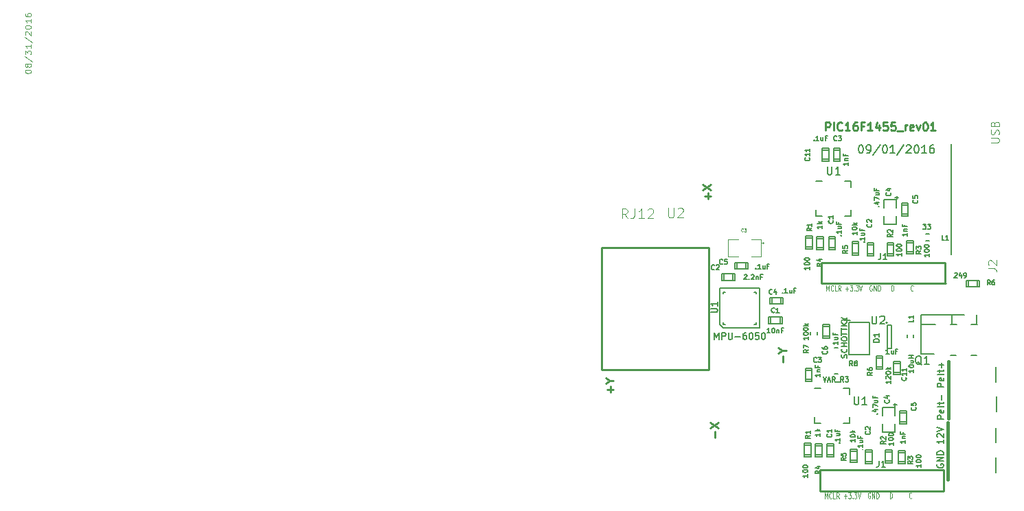
<source format=gto>
G04 #@! TF.FileFunction,Legend,Top*
%FSLAX46Y46*%
G04 Gerber Fmt 4.6, Leading zero omitted, Abs format (unit mm)*
G04 Created by KiCad (PCBNEW 4.0.3+e1-6302~38~ubuntu14.04.1-stable) date Sun Sep  4 16:46:07 2016*
%MOMM*%
%LPD*%
G01*
G04 APERTURE LIST*
%ADD10C,0.150000*%
%ADD11C,0.250000*%
%ADD12C,0.200000*%
%ADD13C,0.125000*%
%ADD14C,0.127000*%
%ADD15C,0.254000*%
%ADD16C,0.381000*%
%ADD17C,0.200660*%
%ADD18C,0.100000*%
%ADD19C,0.099060*%
%ADD20C,0.149860*%
%ADD21C,0.190500*%
%ADD22C,0.093980*%
G04 APERTURE END LIST*
D10*
D11*
X164011904Y-58102381D02*
X164011904Y-57102381D01*
X164392857Y-57102381D01*
X164488095Y-57150000D01*
X164535714Y-57197619D01*
X164583333Y-57292857D01*
X164583333Y-57435714D01*
X164535714Y-57530952D01*
X164488095Y-57578571D01*
X164392857Y-57626190D01*
X164011904Y-57626190D01*
X165011904Y-58102381D02*
X165011904Y-57102381D01*
X166059523Y-58007143D02*
X166011904Y-58054762D01*
X165869047Y-58102381D01*
X165773809Y-58102381D01*
X165630951Y-58054762D01*
X165535713Y-57959524D01*
X165488094Y-57864286D01*
X165440475Y-57673810D01*
X165440475Y-57530952D01*
X165488094Y-57340476D01*
X165535713Y-57245238D01*
X165630951Y-57150000D01*
X165773809Y-57102381D01*
X165869047Y-57102381D01*
X166011904Y-57150000D01*
X166059523Y-57197619D01*
X167011904Y-58102381D02*
X166440475Y-58102381D01*
X166726189Y-58102381D02*
X166726189Y-57102381D01*
X166630951Y-57245238D01*
X166535713Y-57340476D01*
X166440475Y-57388095D01*
X167869047Y-57102381D02*
X167678570Y-57102381D01*
X167583332Y-57150000D01*
X167535713Y-57197619D01*
X167440475Y-57340476D01*
X167392856Y-57530952D01*
X167392856Y-57911905D01*
X167440475Y-58007143D01*
X167488094Y-58054762D01*
X167583332Y-58102381D01*
X167773809Y-58102381D01*
X167869047Y-58054762D01*
X167916666Y-58007143D01*
X167964285Y-57911905D01*
X167964285Y-57673810D01*
X167916666Y-57578571D01*
X167869047Y-57530952D01*
X167773809Y-57483333D01*
X167583332Y-57483333D01*
X167488094Y-57530952D01*
X167440475Y-57578571D01*
X167392856Y-57673810D01*
X168726190Y-57578571D02*
X168392856Y-57578571D01*
X168392856Y-58102381D02*
X168392856Y-57102381D01*
X168869047Y-57102381D01*
X169773809Y-58102381D02*
X169202380Y-58102381D01*
X169488094Y-58102381D02*
X169488094Y-57102381D01*
X169392856Y-57245238D01*
X169297618Y-57340476D01*
X169202380Y-57388095D01*
X170630952Y-57435714D02*
X170630952Y-58102381D01*
X170392856Y-57054762D02*
X170154761Y-57769048D01*
X170773809Y-57769048D01*
X171630952Y-57102381D02*
X171154761Y-57102381D01*
X171107142Y-57578571D01*
X171154761Y-57530952D01*
X171249999Y-57483333D01*
X171488095Y-57483333D01*
X171583333Y-57530952D01*
X171630952Y-57578571D01*
X171678571Y-57673810D01*
X171678571Y-57911905D01*
X171630952Y-58007143D01*
X171583333Y-58054762D01*
X171488095Y-58102381D01*
X171249999Y-58102381D01*
X171154761Y-58054762D01*
X171107142Y-58007143D01*
X172583333Y-57102381D02*
X172107142Y-57102381D01*
X172059523Y-57578571D01*
X172107142Y-57530952D01*
X172202380Y-57483333D01*
X172440476Y-57483333D01*
X172535714Y-57530952D01*
X172583333Y-57578571D01*
X172630952Y-57673810D01*
X172630952Y-57911905D01*
X172583333Y-58007143D01*
X172535714Y-58054762D01*
X172440476Y-58102381D01*
X172202380Y-58102381D01*
X172107142Y-58054762D01*
X172059523Y-58007143D01*
X172821428Y-58197619D02*
X173583333Y-58197619D01*
X173821428Y-58102381D02*
X173821428Y-57435714D01*
X173821428Y-57626190D02*
X173869047Y-57530952D01*
X173916666Y-57483333D01*
X174011904Y-57435714D01*
X174107143Y-57435714D01*
X174821429Y-58054762D02*
X174726191Y-58102381D01*
X174535714Y-58102381D01*
X174440476Y-58054762D01*
X174392857Y-57959524D01*
X174392857Y-57578571D01*
X174440476Y-57483333D01*
X174535714Y-57435714D01*
X174726191Y-57435714D01*
X174821429Y-57483333D01*
X174869048Y-57578571D01*
X174869048Y-57673810D01*
X174392857Y-57769048D01*
X175202381Y-57435714D02*
X175440476Y-58102381D01*
X175678572Y-57435714D01*
X176250000Y-57102381D02*
X176345239Y-57102381D01*
X176440477Y-57150000D01*
X176488096Y-57197619D01*
X176535715Y-57292857D01*
X176583334Y-57483333D01*
X176583334Y-57721429D01*
X176535715Y-57911905D01*
X176488096Y-58007143D01*
X176440477Y-58054762D01*
X176345239Y-58102381D01*
X176250000Y-58102381D01*
X176154762Y-58054762D01*
X176107143Y-58007143D01*
X176059524Y-57911905D01*
X176011905Y-57721429D01*
X176011905Y-57483333D01*
X176059524Y-57292857D01*
X176107143Y-57197619D01*
X176154762Y-57150000D01*
X176250000Y-57102381D01*
X177535715Y-58102381D02*
X176964286Y-58102381D01*
X177250000Y-58102381D02*
X177250000Y-57102381D01*
X177154762Y-57245238D01*
X177059524Y-57340476D01*
X176964286Y-57388095D01*
D12*
X168321428Y-59902381D02*
X168416667Y-59902381D01*
X168511905Y-59950000D01*
X168559524Y-59997619D01*
X168607143Y-60092857D01*
X168654762Y-60283333D01*
X168654762Y-60521429D01*
X168607143Y-60711905D01*
X168559524Y-60807143D01*
X168511905Y-60854762D01*
X168416667Y-60902381D01*
X168321428Y-60902381D01*
X168226190Y-60854762D01*
X168178571Y-60807143D01*
X168130952Y-60711905D01*
X168083333Y-60521429D01*
X168083333Y-60283333D01*
X168130952Y-60092857D01*
X168178571Y-59997619D01*
X168226190Y-59950000D01*
X168321428Y-59902381D01*
X169130952Y-60902381D02*
X169321428Y-60902381D01*
X169416667Y-60854762D01*
X169464286Y-60807143D01*
X169559524Y-60664286D01*
X169607143Y-60473810D01*
X169607143Y-60092857D01*
X169559524Y-59997619D01*
X169511905Y-59950000D01*
X169416667Y-59902381D01*
X169226190Y-59902381D01*
X169130952Y-59950000D01*
X169083333Y-59997619D01*
X169035714Y-60092857D01*
X169035714Y-60330952D01*
X169083333Y-60426190D01*
X169130952Y-60473810D01*
X169226190Y-60521429D01*
X169416667Y-60521429D01*
X169511905Y-60473810D01*
X169559524Y-60426190D01*
X169607143Y-60330952D01*
X170750000Y-59854762D02*
X169892857Y-61140476D01*
X171273809Y-59902381D02*
X171369048Y-59902381D01*
X171464286Y-59950000D01*
X171511905Y-59997619D01*
X171559524Y-60092857D01*
X171607143Y-60283333D01*
X171607143Y-60521429D01*
X171559524Y-60711905D01*
X171511905Y-60807143D01*
X171464286Y-60854762D01*
X171369048Y-60902381D01*
X171273809Y-60902381D01*
X171178571Y-60854762D01*
X171130952Y-60807143D01*
X171083333Y-60711905D01*
X171035714Y-60521429D01*
X171035714Y-60283333D01*
X171083333Y-60092857D01*
X171130952Y-59997619D01*
X171178571Y-59950000D01*
X171273809Y-59902381D01*
X172559524Y-60902381D02*
X171988095Y-60902381D01*
X172273809Y-60902381D02*
X172273809Y-59902381D01*
X172178571Y-60045238D01*
X172083333Y-60140476D01*
X171988095Y-60188095D01*
X173702381Y-59854762D02*
X172845238Y-61140476D01*
X173988095Y-59997619D02*
X174035714Y-59950000D01*
X174130952Y-59902381D01*
X174369048Y-59902381D01*
X174464286Y-59950000D01*
X174511905Y-59997619D01*
X174559524Y-60092857D01*
X174559524Y-60188095D01*
X174511905Y-60330952D01*
X173940476Y-60902381D01*
X174559524Y-60902381D01*
X175178571Y-59902381D02*
X175273810Y-59902381D01*
X175369048Y-59950000D01*
X175416667Y-59997619D01*
X175464286Y-60092857D01*
X175511905Y-60283333D01*
X175511905Y-60521429D01*
X175464286Y-60711905D01*
X175416667Y-60807143D01*
X175369048Y-60854762D01*
X175273810Y-60902381D01*
X175178571Y-60902381D01*
X175083333Y-60854762D01*
X175035714Y-60807143D01*
X174988095Y-60711905D01*
X174940476Y-60521429D01*
X174940476Y-60283333D01*
X174988095Y-60092857D01*
X175035714Y-59997619D01*
X175083333Y-59950000D01*
X175178571Y-59902381D01*
X176464286Y-60902381D02*
X175892857Y-60902381D01*
X176178571Y-60902381D02*
X176178571Y-59902381D01*
X176083333Y-60045238D01*
X175988095Y-60140476D01*
X175892857Y-60188095D01*
X177321429Y-59902381D02*
X177130952Y-59902381D01*
X177035714Y-59950000D01*
X176988095Y-59997619D01*
X176892857Y-60140476D01*
X176845238Y-60330952D01*
X176845238Y-60711905D01*
X176892857Y-60807143D01*
X176940476Y-60854762D01*
X177035714Y-60902381D01*
X177226191Y-60902381D01*
X177321429Y-60854762D01*
X177369048Y-60807143D01*
X177416667Y-60711905D01*
X177416667Y-60473810D01*
X177369048Y-60378571D01*
X177321429Y-60330952D01*
X177226191Y-60283333D01*
X177035714Y-60283333D01*
X176940476Y-60330952D01*
X176892857Y-60378571D01*
X176845238Y-60473810D01*
D13*
X164104765Y-77916667D02*
X164104765Y-77216667D01*
X164271431Y-77716667D01*
X164438098Y-77216667D01*
X164438098Y-77916667D01*
X164961908Y-77850000D02*
X164938098Y-77883333D01*
X164866670Y-77916667D01*
X164819051Y-77916667D01*
X164747622Y-77883333D01*
X164700003Y-77816667D01*
X164676194Y-77750000D01*
X164652384Y-77616667D01*
X164652384Y-77516667D01*
X164676194Y-77383333D01*
X164700003Y-77316667D01*
X164747622Y-77250000D01*
X164819051Y-77216667D01*
X164866670Y-77216667D01*
X164938098Y-77250000D01*
X164961908Y-77283333D01*
X165414289Y-77916667D02*
X165176194Y-77916667D01*
X165176194Y-77216667D01*
X165866670Y-77916667D02*
X165700003Y-77583333D01*
X165580956Y-77916667D02*
X165580956Y-77216667D01*
X165771432Y-77216667D01*
X165819051Y-77250000D01*
X165842860Y-77283333D01*
X165866670Y-77350000D01*
X165866670Y-77450000D01*
X165842860Y-77516667D01*
X165819051Y-77550000D01*
X165771432Y-77583333D01*
X165580956Y-77583333D01*
X163985717Y-77096000D02*
X165961908Y-77096000D01*
X166461908Y-77650000D02*
X166842860Y-77650000D01*
X166652384Y-77916667D02*
X166652384Y-77383333D01*
X167033337Y-77216667D02*
X167342860Y-77216667D01*
X167176194Y-77483333D01*
X167247622Y-77483333D01*
X167295241Y-77516667D01*
X167319051Y-77550000D01*
X167342860Y-77616667D01*
X167342860Y-77783333D01*
X167319051Y-77850000D01*
X167295241Y-77883333D01*
X167247622Y-77916667D01*
X167104765Y-77916667D01*
X167057146Y-77883333D01*
X167033337Y-77850000D01*
X167557146Y-77850000D02*
X167580955Y-77883333D01*
X167557146Y-77916667D01*
X167533336Y-77883333D01*
X167557146Y-77850000D01*
X167557146Y-77916667D01*
X167747622Y-77216667D02*
X168057145Y-77216667D01*
X167890479Y-77483333D01*
X167961907Y-77483333D01*
X168009526Y-77516667D01*
X168033336Y-77550000D01*
X168057145Y-77616667D01*
X168057145Y-77783333D01*
X168033336Y-77850000D01*
X168009526Y-77883333D01*
X167961907Y-77916667D01*
X167819050Y-77916667D01*
X167771431Y-77883333D01*
X167747622Y-77850000D01*
X168200002Y-77216667D02*
X168366669Y-77916667D01*
X168533335Y-77216667D01*
X169723810Y-77250000D02*
X169676191Y-77216667D01*
X169604763Y-77216667D01*
X169533334Y-77250000D01*
X169485715Y-77316667D01*
X169461906Y-77383333D01*
X169438096Y-77516667D01*
X169438096Y-77616667D01*
X169461906Y-77750000D01*
X169485715Y-77816667D01*
X169533334Y-77883333D01*
X169604763Y-77916667D01*
X169652382Y-77916667D01*
X169723810Y-77883333D01*
X169747620Y-77850000D01*
X169747620Y-77616667D01*
X169652382Y-77616667D01*
X169961906Y-77916667D02*
X169961906Y-77216667D01*
X170247620Y-77916667D01*
X170247620Y-77216667D01*
X170485716Y-77916667D02*
X170485716Y-77216667D01*
X170604763Y-77216667D01*
X170676192Y-77250000D01*
X170723811Y-77316667D01*
X170747620Y-77383333D01*
X170771430Y-77516667D01*
X170771430Y-77616667D01*
X170747620Y-77750000D01*
X170723811Y-77816667D01*
X170676192Y-77883333D01*
X170604763Y-77916667D01*
X170485716Y-77916667D01*
X172128572Y-77916667D02*
X172128572Y-77216667D01*
X172247619Y-77216667D01*
X172319048Y-77250000D01*
X172366667Y-77316667D01*
X172390476Y-77383333D01*
X172414286Y-77516667D01*
X172414286Y-77616667D01*
X172390476Y-77750000D01*
X172366667Y-77816667D01*
X172319048Y-77883333D01*
X172247619Y-77916667D01*
X172128572Y-77916667D01*
X174819046Y-77850000D02*
X174795236Y-77883333D01*
X174723808Y-77916667D01*
X174676189Y-77916667D01*
X174604760Y-77883333D01*
X174557141Y-77816667D01*
X174533332Y-77750000D01*
X174509522Y-77616667D01*
X174509522Y-77516667D01*
X174533332Y-77383333D01*
X174557141Y-77316667D01*
X174604760Y-77250000D01*
X174676189Y-77216667D01*
X174723808Y-77216667D01*
X174795236Y-77250000D01*
X174819046Y-77283333D01*
D10*
X178611905Y-93716667D02*
X177811905Y-93716667D01*
X177811905Y-93411905D01*
X177850000Y-93335714D01*
X177888095Y-93297619D01*
X177964286Y-93259524D01*
X178078571Y-93259524D01*
X178154762Y-93297619D01*
X178192857Y-93335714D01*
X178230952Y-93411905D01*
X178230952Y-93716667D01*
X178573810Y-92611905D02*
X178611905Y-92688095D01*
X178611905Y-92840476D01*
X178573810Y-92916667D01*
X178497619Y-92954762D01*
X178192857Y-92954762D01*
X178116667Y-92916667D01*
X178078571Y-92840476D01*
X178078571Y-92688095D01*
X178116667Y-92611905D01*
X178192857Y-92573810D01*
X178269048Y-92573810D01*
X178345238Y-92954762D01*
X178611905Y-92116667D02*
X178573810Y-92192858D01*
X178497619Y-92230953D01*
X177811905Y-92230953D01*
X178078571Y-91926191D02*
X178078571Y-91621429D01*
X177811905Y-91811905D02*
X178497619Y-91811905D01*
X178573810Y-91773810D01*
X178611905Y-91697619D01*
X178611905Y-91621429D01*
X178307143Y-91354762D02*
X178307143Y-90745238D01*
X178611905Y-89754762D02*
X177811905Y-89754762D01*
X177811905Y-89450000D01*
X177850000Y-89373809D01*
X177888095Y-89335714D01*
X177964286Y-89297619D01*
X178078571Y-89297619D01*
X178154762Y-89335714D01*
X178192857Y-89373809D01*
X178230952Y-89450000D01*
X178230952Y-89754762D01*
X178573810Y-88650000D02*
X178611905Y-88726190D01*
X178611905Y-88878571D01*
X178573810Y-88954762D01*
X178497619Y-88992857D01*
X178192857Y-88992857D01*
X178116667Y-88954762D01*
X178078571Y-88878571D01*
X178078571Y-88726190D01*
X178116667Y-88650000D01*
X178192857Y-88611905D01*
X178269048Y-88611905D01*
X178345238Y-88992857D01*
X178611905Y-88154762D02*
X178573810Y-88230953D01*
X178497619Y-88269048D01*
X177811905Y-88269048D01*
X178078571Y-87964286D02*
X178078571Y-87659524D01*
X177811905Y-87850000D02*
X178497619Y-87850000D01*
X178573810Y-87811905D01*
X178611905Y-87735714D01*
X178611905Y-87659524D01*
X178307143Y-87392857D02*
X178307143Y-86783333D01*
X178611905Y-87088095D02*
X178002381Y-87088095D01*
X177800000Y-99319047D02*
X177761905Y-99395238D01*
X177761905Y-99509523D01*
X177800000Y-99623809D01*
X177876190Y-99700000D01*
X177952381Y-99738095D01*
X178104762Y-99776190D01*
X178219048Y-99776190D01*
X178371429Y-99738095D01*
X178447619Y-99700000D01*
X178523810Y-99623809D01*
X178561905Y-99509523D01*
X178561905Y-99433333D01*
X178523810Y-99319047D01*
X178485714Y-99280952D01*
X178219048Y-99280952D01*
X178219048Y-99433333D01*
X178561905Y-98938095D02*
X177761905Y-98938095D01*
X178561905Y-98480952D01*
X177761905Y-98480952D01*
X178561905Y-98100000D02*
X177761905Y-98100000D01*
X177761905Y-97909524D01*
X177800000Y-97795238D01*
X177876190Y-97719047D01*
X177952381Y-97680952D01*
X178104762Y-97642857D01*
X178219048Y-97642857D01*
X178371429Y-97680952D01*
X178447619Y-97719047D01*
X178523810Y-97795238D01*
X178561905Y-97909524D01*
X178561905Y-98100000D01*
X178561905Y-96271428D02*
X178561905Y-96728571D01*
X178561905Y-96500000D02*
X177761905Y-96500000D01*
X177876190Y-96576190D01*
X177952381Y-96652381D01*
X177990476Y-96728571D01*
X177838095Y-95966666D02*
X177800000Y-95928571D01*
X177761905Y-95852380D01*
X177761905Y-95661904D01*
X177800000Y-95585714D01*
X177838095Y-95547618D01*
X177914286Y-95509523D01*
X177990476Y-95509523D01*
X178104762Y-95547618D01*
X178561905Y-96004761D01*
X178561905Y-95509523D01*
X177761905Y-95280952D02*
X178561905Y-95014285D01*
X177761905Y-94747618D01*
D13*
X163904765Y-103516667D02*
X163904765Y-102816667D01*
X164071431Y-103316667D01*
X164238098Y-102816667D01*
X164238098Y-103516667D01*
X164761908Y-103450000D02*
X164738098Y-103483333D01*
X164666670Y-103516667D01*
X164619051Y-103516667D01*
X164547622Y-103483333D01*
X164500003Y-103416667D01*
X164476194Y-103350000D01*
X164452384Y-103216667D01*
X164452384Y-103116667D01*
X164476194Y-102983333D01*
X164500003Y-102916667D01*
X164547622Y-102850000D01*
X164619051Y-102816667D01*
X164666670Y-102816667D01*
X164738098Y-102850000D01*
X164761908Y-102883333D01*
X165214289Y-103516667D02*
X164976194Y-103516667D01*
X164976194Y-102816667D01*
X165666670Y-103516667D02*
X165500003Y-103183333D01*
X165380956Y-103516667D02*
X165380956Y-102816667D01*
X165571432Y-102816667D01*
X165619051Y-102850000D01*
X165642860Y-102883333D01*
X165666670Y-102950000D01*
X165666670Y-103050000D01*
X165642860Y-103116667D01*
X165619051Y-103150000D01*
X165571432Y-103183333D01*
X165380956Y-103183333D01*
X163785717Y-102696000D02*
X165761908Y-102696000D01*
X166261908Y-103250000D02*
X166642860Y-103250000D01*
X166452384Y-103516667D02*
X166452384Y-102983333D01*
X166833337Y-102816667D02*
X167142860Y-102816667D01*
X166976194Y-103083333D01*
X167047622Y-103083333D01*
X167095241Y-103116667D01*
X167119051Y-103150000D01*
X167142860Y-103216667D01*
X167142860Y-103383333D01*
X167119051Y-103450000D01*
X167095241Y-103483333D01*
X167047622Y-103516667D01*
X166904765Y-103516667D01*
X166857146Y-103483333D01*
X166833337Y-103450000D01*
X167357146Y-103450000D02*
X167380955Y-103483333D01*
X167357146Y-103516667D01*
X167333336Y-103483333D01*
X167357146Y-103450000D01*
X167357146Y-103516667D01*
X167547622Y-102816667D02*
X167857145Y-102816667D01*
X167690479Y-103083333D01*
X167761907Y-103083333D01*
X167809526Y-103116667D01*
X167833336Y-103150000D01*
X167857145Y-103216667D01*
X167857145Y-103383333D01*
X167833336Y-103450000D01*
X167809526Y-103483333D01*
X167761907Y-103516667D01*
X167619050Y-103516667D01*
X167571431Y-103483333D01*
X167547622Y-103450000D01*
X168000002Y-102816667D02*
X168166669Y-103516667D01*
X168333335Y-102816667D01*
X169523810Y-102850000D02*
X169476191Y-102816667D01*
X169404763Y-102816667D01*
X169333334Y-102850000D01*
X169285715Y-102916667D01*
X169261906Y-102983333D01*
X169238096Y-103116667D01*
X169238096Y-103216667D01*
X169261906Y-103350000D01*
X169285715Y-103416667D01*
X169333334Y-103483333D01*
X169404763Y-103516667D01*
X169452382Y-103516667D01*
X169523810Y-103483333D01*
X169547620Y-103450000D01*
X169547620Y-103216667D01*
X169452382Y-103216667D01*
X169761906Y-103516667D02*
X169761906Y-102816667D01*
X170047620Y-103516667D01*
X170047620Y-102816667D01*
X170285716Y-103516667D02*
X170285716Y-102816667D01*
X170404763Y-102816667D01*
X170476192Y-102850000D01*
X170523811Y-102916667D01*
X170547620Y-102983333D01*
X170571430Y-103116667D01*
X170571430Y-103216667D01*
X170547620Y-103350000D01*
X170523811Y-103416667D01*
X170476192Y-103483333D01*
X170404763Y-103516667D01*
X170285716Y-103516667D01*
X171928572Y-103516667D02*
X171928572Y-102816667D01*
X172047619Y-102816667D01*
X172119048Y-102850000D01*
X172166667Y-102916667D01*
X172190476Y-102983333D01*
X172214286Y-103116667D01*
X172214286Y-103216667D01*
X172190476Y-103350000D01*
X172166667Y-103416667D01*
X172119048Y-103483333D01*
X172047619Y-103516667D01*
X171928572Y-103516667D01*
X174619046Y-103450000D02*
X174595236Y-103483333D01*
X174523808Y-103516667D01*
X174476189Y-103516667D01*
X174404760Y-103483333D01*
X174357141Y-103416667D01*
X174333332Y-103350000D01*
X174309522Y-103216667D01*
X174309522Y-103116667D01*
X174333332Y-102983333D01*
X174357141Y-102916667D01*
X174404760Y-102850000D01*
X174476189Y-102816667D01*
X174523808Y-102816667D01*
X174595236Y-102850000D01*
X174619046Y-102883333D01*
X65341667Y-50867858D02*
X65341667Y-50791667D01*
X65375000Y-50715477D01*
X65408333Y-50677382D01*
X65475000Y-50639286D01*
X65608333Y-50601191D01*
X65775000Y-50601191D01*
X65908333Y-50639286D01*
X65975000Y-50677382D01*
X66008333Y-50715477D01*
X66041667Y-50791667D01*
X66041667Y-50867858D01*
X66008333Y-50944048D01*
X65975000Y-50982144D01*
X65908333Y-51020239D01*
X65775000Y-51058334D01*
X65608333Y-51058334D01*
X65475000Y-51020239D01*
X65408333Y-50982144D01*
X65375000Y-50944048D01*
X65341667Y-50867858D01*
X65641667Y-50144048D02*
X65608333Y-50220239D01*
X65575000Y-50258334D01*
X65508333Y-50296429D01*
X65475000Y-50296429D01*
X65408333Y-50258334D01*
X65375000Y-50220239D01*
X65341667Y-50144048D01*
X65341667Y-49991667D01*
X65375000Y-49915477D01*
X65408333Y-49877381D01*
X65475000Y-49839286D01*
X65508333Y-49839286D01*
X65575000Y-49877381D01*
X65608333Y-49915477D01*
X65641667Y-49991667D01*
X65641667Y-50144048D01*
X65675000Y-50220239D01*
X65708333Y-50258334D01*
X65775000Y-50296429D01*
X65908333Y-50296429D01*
X65975000Y-50258334D01*
X66008333Y-50220239D01*
X66041667Y-50144048D01*
X66041667Y-49991667D01*
X66008333Y-49915477D01*
X65975000Y-49877381D01*
X65908333Y-49839286D01*
X65775000Y-49839286D01*
X65708333Y-49877381D01*
X65675000Y-49915477D01*
X65641667Y-49991667D01*
X65308333Y-48925000D02*
X66208333Y-49610715D01*
X65341667Y-48734524D02*
X65341667Y-48239286D01*
X65608333Y-48505953D01*
X65608333Y-48391667D01*
X65641667Y-48315477D01*
X65675000Y-48277381D01*
X65741667Y-48239286D01*
X65908333Y-48239286D01*
X65975000Y-48277381D01*
X66008333Y-48315477D01*
X66041667Y-48391667D01*
X66041667Y-48620239D01*
X66008333Y-48696429D01*
X65975000Y-48734524D01*
X66041667Y-47477381D02*
X66041667Y-47934524D01*
X66041667Y-47705953D02*
X65341667Y-47705953D01*
X65441667Y-47782143D01*
X65508333Y-47858334D01*
X65541667Y-47934524D01*
X65308333Y-46563095D02*
X66208333Y-47248810D01*
X65408333Y-46334524D02*
X65375000Y-46296429D01*
X65341667Y-46220238D01*
X65341667Y-46029762D01*
X65375000Y-45953572D01*
X65408333Y-45915476D01*
X65475000Y-45877381D01*
X65541667Y-45877381D01*
X65641667Y-45915476D01*
X66041667Y-46372619D01*
X66041667Y-45877381D01*
X65341667Y-45382143D02*
X65341667Y-45305952D01*
X65375000Y-45229762D01*
X65408333Y-45191667D01*
X65475000Y-45153571D01*
X65608333Y-45115476D01*
X65775000Y-45115476D01*
X65908333Y-45153571D01*
X65975000Y-45191667D01*
X66008333Y-45229762D01*
X66041667Y-45305952D01*
X66041667Y-45382143D01*
X66008333Y-45458333D01*
X65975000Y-45496429D01*
X65908333Y-45534524D01*
X65775000Y-45572619D01*
X65608333Y-45572619D01*
X65475000Y-45534524D01*
X65408333Y-45496429D01*
X65375000Y-45458333D01*
X65341667Y-45382143D01*
X66041667Y-44353571D02*
X66041667Y-44810714D01*
X66041667Y-44582143D02*
X65341667Y-44582143D01*
X65441667Y-44658333D01*
X65508333Y-44734524D01*
X65541667Y-44810714D01*
X65341667Y-43667857D02*
X65341667Y-43820238D01*
X65375000Y-43896428D01*
X65408333Y-43934523D01*
X65508333Y-44010714D01*
X65641667Y-44048809D01*
X65908333Y-44048809D01*
X65975000Y-44010714D01*
X66008333Y-43972619D01*
X66041667Y-43896428D01*
X66041667Y-43744047D01*
X66008333Y-43667857D01*
X65975000Y-43629761D01*
X65908333Y-43591666D01*
X65741667Y-43591666D01*
X65675000Y-43629761D01*
X65641667Y-43667857D01*
X65608333Y-43744047D01*
X65608333Y-43896428D01*
X65641667Y-43972619D01*
X65675000Y-44010714D01*
X65741667Y-44048809D01*
D11*
X150396429Y-95982143D02*
X150396429Y-95220238D01*
X149777381Y-94839286D02*
X150777381Y-94172619D01*
X149777381Y-94172619D02*
X150777381Y-94839286D01*
X158796429Y-86734524D02*
X158796429Y-85972619D01*
X158701190Y-85305953D02*
X159177381Y-85305953D01*
X158177381Y-85639286D02*
X158701190Y-85305953D01*
X158177381Y-84972619D01*
X149496429Y-66582143D02*
X149496429Y-65820238D01*
X149877381Y-66201190D02*
X149115476Y-66201190D01*
X148877381Y-65439286D02*
X149877381Y-64772619D01*
X148877381Y-64772619D02*
X149877381Y-65439286D01*
X137496429Y-90434524D02*
X137496429Y-89672619D01*
X137877381Y-90053571D02*
X137115476Y-90053571D01*
X137401190Y-89005953D02*
X137877381Y-89005953D01*
X136877381Y-89339286D02*
X137401190Y-89005953D01*
X136877381Y-88672619D01*
D14*
X179470000Y-73375000D02*
X179470000Y-59825000D01*
X165206400Y-71441200D02*
X164393600Y-71441200D01*
X164419000Y-72558800D02*
X165206400Y-72558800D01*
X164393600Y-72812800D02*
X164393600Y-71187200D01*
X164393600Y-71187200D02*
X165206400Y-71187200D01*
X165206400Y-71187200D02*
X165206400Y-72812800D01*
X165206400Y-72812800D02*
X164393600Y-72812800D01*
X169956400Y-72241200D02*
X169143600Y-72241200D01*
X169169000Y-73358800D02*
X169956400Y-73358800D01*
X169143600Y-73612800D02*
X169143600Y-71987200D01*
X169143600Y-71987200D02*
X169956400Y-71987200D01*
X169956400Y-71987200D02*
X169956400Y-73612800D01*
X169956400Y-73612800D02*
X169143600Y-73612800D01*
X165806400Y-60541200D02*
X164993600Y-60541200D01*
X165019000Y-61658800D02*
X165806400Y-61658800D01*
X164993600Y-61912800D02*
X164993600Y-60287200D01*
X164993600Y-60287200D02*
X165806400Y-60287200D01*
X165806400Y-60287200D02*
X165806400Y-61912800D01*
X165806400Y-61912800D02*
X164993600Y-61912800D01*
X173393600Y-68458800D02*
X174206400Y-68458800D01*
X174181000Y-67341200D02*
X173393600Y-67341200D01*
X174206400Y-67087200D02*
X174206400Y-68712800D01*
X174206400Y-68712800D02*
X173393600Y-68712800D01*
X173393600Y-68712800D02*
X173393600Y-67087200D01*
X173393600Y-67087200D02*
X174206400Y-67087200D01*
X164406400Y-60541200D02*
X163593600Y-60541200D01*
X163619000Y-61658800D02*
X164406400Y-61658800D01*
X163593600Y-61912800D02*
X163593600Y-60287200D01*
X163593600Y-60287200D02*
X164406400Y-60287200D01*
X164406400Y-60287200D02*
X164406400Y-61912800D01*
X164406400Y-61912800D02*
X163593600Y-61912800D01*
D15*
X178770000Y-74430000D02*
X163530000Y-74430000D01*
X178770000Y-74430000D02*
X178770000Y-76970000D01*
X178785240Y-76985240D02*
X163514760Y-76985240D01*
X163514760Y-76985240D02*
X163514760Y-74424920D01*
D14*
X161593600Y-72508800D02*
X162406400Y-72508800D01*
X162381000Y-71391200D02*
X161593600Y-71391200D01*
X162406400Y-71137200D02*
X162406400Y-72762800D01*
X162406400Y-72762800D02*
X161593600Y-72762800D01*
X161593600Y-72762800D02*
X161593600Y-71137200D01*
X161593600Y-71137200D02*
X162406400Y-71137200D01*
X171593600Y-73308800D02*
X172406400Y-73308800D01*
X172381000Y-72191200D02*
X171593600Y-72191200D01*
X172406400Y-71937200D02*
X172406400Y-73562800D01*
X172406400Y-73562800D02*
X171593600Y-73562800D01*
X171593600Y-73562800D02*
X171593600Y-71937200D01*
X171593600Y-71937200D02*
X172406400Y-71937200D01*
X173993600Y-73058800D02*
X174806400Y-73058800D01*
X174781000Y-71941200D02*
X173993600Y-71941200D01*
X174806400Y-71687200D02*
X174806400Y-73312800D01*
X174806400Y-73312800D02*
X173993600Y-73312800D01*
X173993600Y-73312800D02*
X173993600Y-71687200D01*
X173993600Y-71687200D02*
X174806400Y-71687200D01*
X162943600Y-72558800D02*
X163756400Y-72558800D01*
X163731000Y-71441200D02*
X162943600Y-71441200D01*
X163756400Y-71187200D02*
X163756400Y-72812800D01*
X163756400Y-72812800D02*
X162943600Y-72812800D01*
X162943600Y-72812800D02*
X162943600Y-71187200D01*
X162943600Y-71187200D02*
X163756400Y-71187200D01*
X167293600Y-73208800D02*
X168106400Y-73208800D01*
X168081000Y-72091200D02*
X167293600Y-72091200D01*
X168106400Y-71837200D02*
X168106400Y-73462800D01*
X168106400Y-73462800D02*
X167293600Y-73462800D01*
X167293600Y-73462800D02*
X167293600Y-71837200D01*
X167293600Y-71837200D02*
X168106400Y-71837200D01*
X181641200Y-76593600D02*
X181641200Y-77406400D01*
X182758800Y-77381000D02*
X182758800Y-76593600D01*
X183012800Y-77406400D02*
X181387200Y-77406400D01*
X181387200Y-77406400D02*
X181387200Y-76593600D01*
X181387200Y-76593600D02*
X183012800Y-76593600D01*
X183012800Y-76593600D02*
X183012800Y-77406400D01*
D10*
X172800000Y-66200000D02*
X172800000Y-66600000D01*
X172600000Y-66400000D02*
X173000000Y-66400000D01*
D14*
X171238000Y-67692000D02*
X171238000Y-66676000D01*
X171238000Y-66676000D02*
X172762000Y-66676000D01*
X172762000Y-66676000D02*
X172762000Y-67692000D01*
X172762000Y-68708000D02*
X172762000Y-69724000D01*
X172762000Y-69724000D02*
X171238000Y-69724000D01*
X171238000Y-69724000D02*
X171238000Y-68708000D01*
X176800000Y-71706400D02*
X176400000Y-71706400D01*
X176400000Y-70893600D02*
X176800000Y-70893600D01*
D10*
X167150000Y-64350000D02*
X167150000Y-65125000D01*
X162850000Y-68650000D02*
X162850000Y-67875000D01*
X167150000Y-68650000D02*
X167150000Y-67875000D01*
X162850000Y-64350000D02*
X163625000Y-64350000D01*
X162850000Y-68650000D02*
X163625000Y-68650000D01*
X167150000Y-68650000D02*
X166375000Y-68650000D01*
X167150000Y-64350000D02*
X166375000Y-64350000D01*
X185000000Y-98475000D02*
X185000000Y-100300000D01*
X184975000Y-94800000D02*
X184975000Y-96625000D01*
D16*
X179100000Y-94149880D02*
X179100000Y-101150120D01*
D10*
X185050000Y-90975000D02*
X185050000Y-92800000D01*
X185025000Y-87300000D02*
X185025000Y-89125000D01*
D16*
X179150000Y-86649880D02*
X179150000Y-93650120D01*
D10*
X181989000Y-82045000D02*
X182751000Y-82045000D01*
X179576000Y-82045000D02*
X179449000Y-82045000D01*
X179576000Y-82045000D02*
X180211000Y-82045000D01*
X175766000Y-82045000D02*
X177544000Y-82045000D01*
X175766000Y-85728000D02*
X177417000Y-85728000D01*
X180084000Y-85855000D02*
X179449000Y-85855000D01*
X182624000Y-85855000D02*
X181989000Y-85855000D01*
X179576000Y-80902000D02*
X179576000Y-82045000D01*
X182624000Y-80902000D02*
X182624000Y-82045000D01*
X175766000Y-85728000D02*
X175766000Y-82045000D01*
X175766000Y-82045000D02*
X175766000Y-80902000D01*
X181100000Y-80902000D02*
X175766000Y-80902000D01*
D14*
X165006400Y-97041200D02*
X164193600Y-97041200D01*
X164219000Y-98158800D02*
X165006400Y-98158800D01*
X164193600Y-98412800D02*
X164193600Y-96787200D01*
X164193600Y-96787200D02*
X165006400Y-96787200D01*
X165006400Y-96787200D02*
X165006400Y-98412800D01*
X165006400Y-98412800D02*
X164193600Y-98412800D01*
X169756400Y-97841200D02*
X168943600Y-97841200D01*
X168969000Y-98958800D02*
X169756400Y-98958800D01*
X168943600Y-99212800D02*
X168943600Y-97587200D01*
X168943600Y-97587200D02*
X169756400Y-97587200D01*
X169756400Y-97587200D02*
X169756400Y-99212800D01*
X169756400Y-99212800D02*
X168943600Y-99212800D01*
X162356400Y-87691200D02*
X161543600Y-87691200D01*
X161569000Y-88808800D02*
X162356400Y-88808800D01*
X161543600Y-89062800D02*
X161543600Y-87437200D01*
X161543600Y-87437200D02*
X162356400Y-87437200D01*
X162356400Y-87437200D02*
X162356400Y-89062800D01*
X162356400Y-89062800D02*
X161543600Y-89062800D01*
X173193600Y-94058800D02*
X174006400Y-94058800D01*
X173981000Y-92941200D02*
X173193600Y-92941200D01*
X174006400Y-92687200D02*
X174006400Y-94312800D01*
X174006400Y-94312800D02*
X173193600Y-94312800D01*
X173193600Y-94312800D02*
X173193600Y-92687200D01*
X173193600Y-92687200D02*
X174006400Y-92687200D01*
X173206400Y-86841200D02*
X172393600Y-86841200D01*
X172419000Y-87958800D02*
X173206400Y-87958800D01*
X172393600Y-88212800D02*
X172393600Y-86587200D01*
X172393600Y-86587200D02*
X173206400Y-86587200D01*
X173206400Y-86587200D02*
X173206400Y-88212800D01*
X173206400Y-88212800D02*
X172393600Y-88212800D01*
D15*
X178570000Y-100030000D02*
X163330000Y-100030000D01*
X178570000Y-100030000D02*
X178570000Y-102570000D01*
X178585240Y-102585240D02*
X163314760Y-102585240D01*
X163314760Y-102585240D02*
X163314760Y-100024920D01*
D14*
X161393600Y-98108800D02*
X162206400Y-98108800D01*
X162181000Y-96991200D02*
X161393600Y-96991200D01*
X162206400Y-96737200D02*
X162206400Y-98362800D01*
X162206400Y-98362800D02*
X161393600Y-98362800D01*
X161393600Y-98362800D02*
X161393600Y-96737200D01*
X161393600Y-96737200D02*
X162206400Y-96737200D01*
X171393600Y-98908800D02*
X172206400Y-98908800D01*
X172181000Y-97791200D02*
X171393600Y-97791200D01*
X172206400Y-97537200D02*
X172206400Y-99162800D01*
X172206400Y-99162800D02*
X171393600Y-99162800D01*
X171393600Y-99162800D02*
X171393600Y-97537200D01*
X171393600Y-97537200D02*
X172206400Y-97537200D01*
X172993600Y-99008800D02*
X173806400Y-99008800D01*
X173781000Y-97891200D02*
X172993600Y-97891200D01*
X173806400Y-97637200D02*
X173806400Y-99262800D01*
X173806400Y-99262800D02*
X172993600Y-99262800D01*
X172993600Y-99262800D02*
X172993600Y-97637200D01*
X172993600Y-97637200D02*
X173806400Y-97637200D01*
X162743600Y-98158800D02*
X163556400Y-98158800D01*
X163531000Y-97041200D02*
X162743600Y-97041200D01*
X163556400Y-96787200D02*
X163556400Y-98412800D01*
X163556400Y-98412800D02*
X162743600Y-98412800D01*
X162743600Y-98412800D02*
X162743600Y-96787200D01*
X162743600Y-96787200D02*
X163556400Y-96787200D01*
X167093600Y-98808800D02*
X167906400Y-98808800D01*
X167881000Y-97691200D02*
X167093600Y-97691200D01*
X167906400Y-97437200D02*
X167906400Y-99062800D01*
X167906400Y-99062800D02*
X167093600Y-99062800D01*
X167093600Y-99062800D02*
X167093600Y-97437200D01*
X167093600Y-97437200D02*
X167906400Y-97437200D01*
X171056400Y-86191200D02*
X170243600Y-86191200D01*
X170269000Y-87308800D02*
X171056400Y-87308800D01*
X170243600Y-87562800D02*
X170243600Y-85937200D01*
X170243600Y-85937200D02*
X171056400Y-85937200D01*
X171056400Y-85937200D02*
X171056400Y-87562800D01*
X171056400Y-87562800D02*
X170243600Y-87562800D01*
D10*
X172600000Y-91800000D02*
X172600000Y-92200000D01*
X172400000Y-92000000D02*
X172800000Y-92000000D01*
D14*
X171038000Y-93292000D02*
X171038000Y-92276000D01*
X171038000Y-92276000D02*
X172562000Y-92276000D01*
X172562000Y-92276000D02*
X172562000Y-93292000D01*
X172562000Y-94308000D02*
X172562000Y-95324000D01*
X172562000Y-95324000D02*
X171038000Y-95324000D01*
X171038000Y-95324000D02*
X171038000Y-94308000D01*
X174856400Y-83300000D02*
X174856400Y-83700000D01*
X174043600Y-83700000D02*
X174043600Y-83300000D01*
D10*
X166950000Y-89950000D02*
X166950000Y-90725000D01*
X162650000Y-94250000D02*
X162650000Y-93475000D01*
X166950000Y-94250000D02*
X166950000Y-93475000D01*
X162650000Y-89950000D02*
X163425000Y-89950000D01*
X162650000Y-94250000D02*
X163425000Y-94250000D01*
X166950000Y-94250000D02*
X166175000Y-94250000D01*
X166950000Y-89950000D02*
X166175000Y-89950000D01*
D14*
X164506400Y-82341200D02*
X163693600Y-82341200D01*
X163719000Y-83458800D02*
X164506400Y-83458800D01*
X163693600Y-83712800D02*
X163693600Y-82087200D01*
X163693600Y-82087200D02*
X164506400Y-82087200D01*
X164506400Y-82087200D02*
X164506400Y-83712800D01*
X164506400Y-83712800D02*
X163693600Y-83712800D01*
X162143600Y-83350000D02*
X162143600Y-82950000D01*
X162956400Y-82950000D02*
X162956400Y-83350000D01*
X165100000Y-84943600D02*
X165500000Y-84943600D01*
X165500000Y-88156400D02*
X165100000Y-88156400D01*
D10*
X171650000Y-81850000D02*
G75*
G03X171650000Y-81850000I-100000J0D01*
G01*
X172100000Y-82100000D02*
X171600000Y-82100000D01*
X172100000Y-85000000D02*
X172100000Y-82100000D01*
X171600000Y-85000000D02*
X172100000Y-85000000D01*
X171600000Y-82100000D02*
X171600000Y-85000000D01*
D17*
X169470000Y-81800000D02*
X169470000Y-85800000D01*
X169470000Y-85800000D02*
X166930000Y-85800000D01*
X166930000Y-85800000D02*
X166930000Y-81800000D01*
X166930000Y-81800000D02*
X169470000Y-81800000D01*
X167024820Y-81524700D02*
X166326320Y-81524700D01*
X166671760Y-81224980D02*
X166671760Y-81824420D01*
D15*
X136420000Y-72585000D02*
X149630000Y-72585000D01*
X149630000Y-72585000D02*
X149630000Y-87665000D01*
X149630000Y-87665000D02*
X136420000Y-87665000D01*
X136420000Y-87665000D02*
X136420000Y-72585000D01*
D14*
X158383800Y-81931400D02*
X158383800Y-81118600D01*
X157266200Y-81144000D02*
X157266200Y-81931400D01*
X157012200Y-81118600D02*
X158637800Y-81118600D01*
X158637800Y-81118600D02*
X158637800Y-81931400D01*
X158637800Y-81931400D02*
X157012200Y-81931400D01*
X157012200Y-81931400D02*
X157012200Y-81118600D01*
X152583800Y-76631400D02*
X152583800Y-75818600D01*
X151466200Y-75844000D02*
X151466200Y-76631400D01*
X151212200Y-75818600D02*
X152837800Y-75818600D01*
X152837800Y-75818600D02*
X152837800Y-76631400D01*
X152837800Y-76631400D02*
X151212200Y-76631400D01*
X151212200Y-76631400D02*
X151212200Y-75818600D01*
X158483800Y-79531400D02*
X158483800Y-78718600D01*
X157366200Y-78744000D02*
X157366200Y-79531400D01*
X157112200Y-78718600D02*
X158737800Y-78718600D01*
X158737800Y-78718600D02*
X158737800Y-79531400D01*
X158737800Y-79531400D02*
X157112200Y-79531400D01*
X157112200Y-79531400D02*
X157112200Y-78718600D01*
D18*
X156365000Y-71975000D02*
X156165000Y-71975000D01*
X156265000Y-72085000D02*
X156265000Y-71885000D01*
D19*
X154825000Y-71567440D02*
X156025000Y-71567440D01*
X156076840Y-71575000D02*
X156076840Y-73675000D01*
X156025000Y-73677960D02*
X154825000Y-73677960D01*
X153225000Y-73683040D02*
X152025000Y-73683040D01*
X151978240Y-73675000D02*
X151978240Y-71575000D01*
X152025000Y-71567120D02*
X153225000Y-71567120D01*
D14*
X153066200Y-74418600D02*
X153066200Y-75231400D01*
X154183800Y-75206000D02*
X154183800Y-74418600D01*
X154437800Y-75231400D02*
X152812200Y-75231400D01*
X152812200Y-75231400D02*
X152812200Y-74418600D01*
X152812200Y-74418600D02*
X154437800Y-74418600D01*
X154437800Y-74418600D02*
X154437800Y-75231400D01*
D20*
X150935800Y-82016360D02*
X150935800Y-77535800D01*
X151433640Y-82514200D02*
X155914200Y-82514200D01*
X151433640Y-82514200D02*
X150935800Y-82016360D01*
D17*
X151682560Y-82016360D02*
X151433640Y-82016360D01*
X151433640Y-82016360D02*
X151433640Y-81767440D01*
X155416360Y-81767440D02*
X155416360Y-82016360D01*
X155416360Y-82016360D02*
X155167440Y-82016360D01*
X155167440Y-78033640D02*
X155416360Y-78033640D01*
X155416360Y-78033640D02*
X155416360Y-78282560D01*
X151433640Y-78282560D02*
X151433640Y-78033640D01*
X151433640Y-78033640D02*
X151682560Y-78033640D01*
D20*
X155914200Y-77535800D02*
X155914200Y-82514200D01*
X150935800Y-77535800D02*
X155914200Y-77535800D01*
D19*
X184051965Y-75133586D02*
X184766793Y-75133586D01*
X184909759Y-75181242D01*
X185005070Y-75276552D01*
X185052725Y-75419518D01*
X185052725Y-75514828D01*
X184147275Y-74704689D02*
X184099620Y-74657034D01*
X184051965Y-74561723D01*
X184051965Y-74323447D01*
X184099620Y-74228137D01*
X184147275Y-74180481D01*
X184242586Y-74132826D01*
X184337896Y-74132826D01*
X184480862Y-74180481D01*
X185052725Y-74752344D01*
X185052725Y-74132826D01*
X184401965Y-59612864D02*
X185212104Y-59612864D01*
X185307414Y-59565209D01*
X185355070Y-59517553D01*
X185402725Y-59422243D01*
X185402725Y-59231622D01*
X185355070Y-59136311D01*
X185307414Y-59088656D01*
X185212104Y-59041001D01*
X184401965Y-59041001D01*
X185355070Y-58612104D02*
X185402725Y-58469138D01*
X185402725Y-58230862D01*
X185355070Y-58135552D01*
X185307414Y-58087896D01*
X185212104Y-58040241D01*
X185116793Y-58040241D01*
X185021483Y-58087896D01*
X184973828Y-58135552D01*
X184926172Y-58230862D01*
X184878517Y-58421483D01*
X184830862Y-58516794D01*
X184783207Y-58564449D01*
X184687896Y-58612104D01*
X184592586Y-58612104D01*
X184497275Y-58564449D01*
X184449620Y-58516794D01*
X184401965Y-58421483D01*
X184401965Y-58183207D01*
X184449620Y-58040241D01*
X184878517Y-57277757D02*
X184926172Y-57134791D01*
X184973828Y-57087136D01*
X185069138Y-57039481D01*
X185212104Y-57039481D01*
X185307414Y-57087136D01*
X185355070Y-57134791D01*
X185402725Y-57230102D01*
X185402725Y-57611344D01*
X184401965Y-57611344D01*
X184401965Y-57277757D01*
X184449620Y-57182447D01*
X184497275Y-57134791D01*
X184592586Y-57087136D01*
X184687896Y-57087136D01*
X184783207Y-57134791D01*
X184830862Y-57182447D01*
X184878517Y-57277757D01*
X184878517Y-57611344D01*
D10*
X164914286Y-69200000D02*
X164942857Y-69228571D01*
X164971429Y-69314285D01*
X164971429Y-69371428D01*
X164942857Y-69457143D01*
X164885714Y-69514285D01*
X164828571Y-69542857D01*
X164714286Y-69571428D01*
X164628571Y-69571428D01*
X164514286Y-69542857D01*
X164457143Y-69514285D01*
X164400000Y-69457143D01*
X164371429Y-69371428D01*
X164371429Y-69314285D01*
X164400000Y-69228571D01*
X164428571Y-69200000D01*
X164971429Y-68628571D02*
X164971429Y-68971428D01*
X164971429Y-68800000D02*
X164371429Y-68800000D01*
X164457143Y-68857143D01*
X164514286Y-68914285D01*
X164542857Y-68971428D01*
X165914286Y-71064286D02*
X165942857Y-71035714D01*
X165971429Y-71064286D01*
X165942857Y-71092857D01*
X165914286Y-71064286D01*
X165971429Y-71064286D01*
X165971429Y-70464286D02*
X165971429Y-70807143D01*
X165971429Y-70635715D02*
X165371429Y-70635715D01*
X165457143Y-70692858D01*
X165514286Y-70750000D01*
X165542857Y-70807143D01*
X165571429Y-69950000D02*
X165971429Y-69950000D01*
X165571429Y-70207143D02*
X165885714Y-70207143D01*
X165942857Y-70178571D01*
X165971429Y-70121429D01*
X165971429Y-70035714D01*
X165942857Y-69978571D01*
X165914286Y-69950000D01*
X165657143Y-69464286D02*
X165657143Y-69664286D01*
X165971429Y-69664286D02*
X165371429Y-69664286D01*
X165371429Y-69378572D01*
X169664286Y-69650000D02*
X169692857Y-69678571D01*
X169721429Y-69764285D01*
X169721429Y-69821428D01*
X169692857Y-69907143D01*
X169635714Y-69964285D01*
X169578571Y-69992857D01*
X169464286Y-70021428D01*
X169378571Y-70021428D01*
X169264286Y-69992857D01*
X169207143Y-69964285D01*
X169150000Y-69907143D01*
X169121429Y-69821428D01*
X169121429Y-69764285D01*
X169150000Y-69678571D01*
X169178571Y-69650000D01*
X169178571Y-69421428D02*
X169150000Y-69392857D01*
X169121429Y-69335714D01*
X169121429Y-69192857D01*
X169150000Y-69135714D01*
X169178571Y-69107143D01*
X169235714Y-69078571D01*
X169292857Y-69078571D01*
X169378571Y-69107143D01*
X169721429Y-69450000D01*
X169721429Y-69078571D01*
X168764286Y-71864286D02*
X168792857Y-71835714D01*
X168821429Y-71864286D01*
X168792857Y-71892857D01*
X168764286Y-71864286D01*
X168821429Y-71864286D01*
X168821429Y-71264286D02*
X168821429Y-71607143D01*
X168821429Y-71435715D02*
X168221429Y-71435715D01*
X168307143Y-71492858D01*
X168364286Y-71550000D01*
X168392857Y-71607143D01*
X168421429Y-70750000D02*
X168821429Y-70750000D01*
X168421429Y-71007143D02*
X168735714Y-71007143D01*
X168792857Y-70978571D01*
X168821429Y-70921429D01*
X168821429Y-70835714D01*
X168792857Y-70778571D01*
X168764286Y-70750000D01*
X168507143Y-70264286D02*
X168507143Y-70464286D01*
X168821429Y-70464286D02*
X168221429Y-70464286D01*
X168221429Y-70178572D01*
X165400000Y-59314286D02*
X165371429Y-59342857D01*
X165285715Y-59371429D01*
X165228572Y-59371429D01*
X165142857Y-59342857D01*
X165085715Y-59285714D01*
X165057143Y-59228571D01*
X165028572Y-59114286D01*
X165028572Y-59028571D01*
X165057143Y-58914286D01*
X165085715Y-58857143D01*
X165142857Y-58800000D01*
X165228572Y-58771429D01*
X165285715Y-58771429D01*
X165371429Y-58800000D01*
X165400000Y-58828571D01*
X165600000Y-58771429D02*
X165971429Y-58771429D01*
X165771429Y-59000000D01*
X165857143Y-59000000D01*
X165914286Y-59028571D01*
X165942857Y-59057143D01*
X165971429Y-59114286D01*
X165971429Y-59257143D01*
X165942857Y-59314286D01*
X165914286Y-59342857D01*
X165857143Y-59371429D01*
X165685715Y-59371429D01*
X165628572Y-59342857D01*
X165600000Y-59314286D01*
X166771429Y-62057143D02*
X166771429Y-62400000D01*
X166771429Y-62228572D02*
X166171429Y-62228572D01*
X166257143Y-62285715D01*
X166314286Y-62342857D01*
X166342857Y-62400000D01*
X166371429Y-61800000D02*
X166771429Y-61800000D01*
X166428571Y-61800000D02*
X166400000Y-61771428D01*
X166371429Y-61714286D01*
X166371429Y-61628571D01*
X166400000Y-61571428D01*
X166457143Y-61542857D01*
X166771429Y-61542857D01*
X166457143Y-61057143D02*
X166457143Y-61257143D01*
X166771429Y-61257143D02*
X166171429Y-61257143D01*
X166171429Y-60971429D01*
X175314286Y-66700000D02*
X175342857Y-66728571D01*
X175371429Y-66814285D01*
X175371429Y-66871428D01*
X175342857Y-66957143D01*
X175285714Y-67014285D01*
X175228571Y-67042857D01*
X175114286Y-67071428D01*
X175028571Y-67071428D01*
X174914286Y-67042857D01*
X174857143Y-67014285D01*
X174800000Y-66957143D01*
X174771429Y-66871428D01*
X174771429Y-66814285D01*
X174800000Y-66728571D01*
X174828571Y-66700000D01*
X174771429Y-66157143D02*
X174771429Y-66442857D01*
X175057143Y-66471428D01*
X175028571Y-66442857D01*
X175000000Y-66385714D01*
X175000000Y-66242857D01*
X175028571Y-66185714D01*
X175057143Y-66157143D01*
X175114286Y-66128571D01*
X175257143Y-66128571D01*
X175314286Y-66157143D01*
X175342857Y-66185714D01*
X175371429Y-66242857D01*
X175371429Y-66385714D01*
X175342857Y-66442857D01*
X175314286Y-66471428D01*
X174071429Y-70757143D02*
X174071429Y-71100000D01*
X174071429Y-70928572D02*
X173471429Y-70928572D01*
X173557143Y-70985715D01*
X173614286Y-71042857D01*
X173642857Y-71100000D01*
X173671429Y-70500000D02*
X174071429Y-70500000D01*
X173728571Y-70500000D02*
X173700000Y-70471428D01*
X173671429Y-70414286D01*
X173671429Y-70328571D01*
X173700000Y-70271428D01*
X173757143Y-70242857D01*
X174071429Y-70242857D01*
X173757143Y-69757143D02*
X173757143Y-69957143D01*
X174071429Y-69957143D02*
X173471429Y-69957143D01*
X173471429Y-69671429D01*
X162014286Y-61485715D02*
X162042857Y-61514286D01*
X162071429Y-61600000D01*
X162071429Y-61657143D01*
X162042857Y-61742858D01*
X161985714Y-61800000D01*
X161928571Y-61828572D01*
X161814286Y-61857143D01*
X161728571Y-61857143D01*
X161614286Y-61828572D01*
X161557143Y-61800000D01*
X161500000Y-61742858D01*
X161471429Y-61657143D01*
X161471429Y-61600000D01*
X161500000Y-61514286D01*
X161528571Y-61485715D01*
X162071429Y-60914286D02*
X162071429Y-61257143D01*
X162071429Y-61085715D02*
X161471429Y-61085715D01*
X161557143Y-61142858D01*
X161614286Y-61200000D01*
X161642857Y-61257143D01*
X162071429Y-60342857D02*
X162071429Y-60685714D01*
X162071429Y-60514286D02*
X161471429Y-60514286D01*
X161557143Y-60571429D01*
X161614286Y-60628571D01*
X161642857Y-60685714D01*
X162585714Y-59314286D02*
X162614286Y-59342857D01*
X162585714Y-59371429D01*
X162557143Y-59342857D01*
X162585714Y-59314286D01*
X162585714Y-59371429D01*
X163185714Y-59371429D02*
X162842857Y-59371429D01*
X163014285Y-59371429D02*
X163014285Y-58771429D01*
X162957142Y-58857143D01*
X162900000Y-58914286D01*
X162842857Y-58942857D01*
X163700000Y-58971429D02*
X163700000Y-59371429D01*
X163442857Y-58971429D02*
X163442857Y-59285714D01*
X163471429Y-59342857D01*
X163528571Y-59371429D01*
X163614286Y-59371429D01*
X163671429Y-59342857D01*
X163700000Y-59314286D01*
X164185714Y-59057143D02*
X163985714Y-59057143D01*
X163985714Y-59371429D02*
X163985714Y-58771429D01*
X164271428Y-58771429D01*
D21*
X170796001Y-73282714D02*
X170796001Y-73827000D01*
X170759715Y-73935857D01*
X170687144Y-74008429D01*
X170578287Y-74044714D01*
X170505715Y-74044714D01*
X171558000Y-74044714D02*
X171122572Y-74044714D01*
X171340286Y-74044714D02*
X171340286Y-73282714D01*
X171267715Y-73391571D01*
X171195143Y-73464143D01*
X171122572Y-73500429D01*
D10*
X162321429Y-70150000D02*
X162035714Y-70350000D01*
X162321429Y-70492857D02*
X161721429Y-70492857D01*
X161721429Y-70264285D01*
X161750000Y-70207143D01*
X161778571Y-70178571D01*
X161835714Y-70150000D01*
X161921429Y-70150000D01*
X161978571Y-70178571D01*
X162007143Y-70207143D01*
X162035714Y-70264285D01*
X162035714Y-70492857D01*
X162321429Y-69578571D02*
X162321429Y-69921428D01*
X162321429Y-69750000D02*
X161721429Y-69750000D01*
X161807143Y-69807143D01*
X161864286Y-69864285D01*
X161892857Y-69921428D01*
X162021429Y-74950000D02*
X162021429Y-75292857D01*
X162021429Y-75121429D02*
X161421429Y-75121429D01*
X161507143Y-75178572D01*
X161564286Y-75235714D01*
X161592857Y-75292857D01*
X161421429Y-74578571D02*
X161421429Y-74521428D01*
X161450000Y-74464285D01*
X161478571Y-74435714D01*
X161535714Y-74407143D01*
X161650000Y-74378571D01*
X161792857Y-74378571D01*
X161907143Y-74407143D01*
X161964286Y-74435714D01*
X161992857Y-74464285D01*
X162021429Y-74521428D01*
X162021429Y-74578571D01*
X161992857Y-74635714D01*
X161964286Y-74664285D01*
X161907143Y-74692857D01*
X161792857Y-74721428D01*
X161650000Y-74721428D01*
X161535714Y-74692857D01*
X161478571Y-74664285D01*
X161450000Y-74635714D01*
X161421429Y-74578571D01*
X161421429Y-74007142D02*
X161421429Y-73949999D01*
X161450000Y-73892856D01*
X161478571Y-73864285D01*
X161535714Y-73835714D01*
X161650000Y-73807142D01*
X161792857Y-73807142D01*
X161907143Y-73835714D01*
X161964286Y-73864285D01*
X161992857Y-73892856D01*
X162021429Y-73949999D01*
X162021429Y-74007142D01*
X161992857Y-74064285D01*
X161964286Y-74092856D01*
X161907143Y-74121428D01*
X161792857Y-74149999D01*
X161650000Y-74149999D01*
X161535714Y-74121428D01*
X161478571Y-74092856D01*
X161450000Y-74064285D01*
X161421429Y-74007142D01*
X172271429Y-70900000D02*
X171985714Y-71100000D01*
X172271429Y-71242857D02*
X171671429Y-71242857D01*
X171671429Y-71014285D01*
X171700000Y-70957143D01*
X171728571Y-70928571D01*
X171785714Y-70900000D01*
X171871429Y-70900000D01*
X171928571Y-70928571D01*
X171957143Y-70957143D01*
X171985714Y-71014285D01*
X171985714Y-71242857D01*
X171728571Y-70671428D02*
X171700000Y-70642857D01*
X171671429Y-70585714D01*
X171671429Y-70442857D01*
X171700000Y-70385714D01*
X171728571Y-70357143D01*
X171785714Y-70328571D01*
X171842857Y-70328571D01*
X171928571Y-70357143D01*
X172271429Y-70700000D01*
X172271429Y-70328571D01*
X173371429Y-73250000D02*
X173371429Y-73592857D01*
X173371429Y-73421429D02*
X172771429Y-73421429D01*
X172857143Y-73478572D01*
X172914286Y-73535714D01*
X172942857Y-73592857D01*
X172771429Y-72878571D02*
X172771429Y-72821428D01*
X172800000Y-72764285D01*
X172828571Y-72735714D01*
X172885714Y-72707143D01*
X173000000Y-72678571D01*
X173142857Y-72678571D01*
X173257143Y-72707143D01*
X173314286Y-72735714D01*
X173342857Y-72764285D01*
X173371429Y-72821428D01*
X173371429Y-72878571D01*
X173342857Y-72935714D01*
X173314286Y-72964285D01*
X173257143Y-72992857D01*
X173142857Y-73021428D01*
X173000000Y-73021428D01*
X172885714Y-72992857D01*
X172828571Y-72964285D01*
X172800000Y-72935714D01*
X172771429Y-72878571D01*
X172771429Y-72307142D02*
X172771429Y-72249999D01*
X172800000Y-72192856D01*
X172828571Y-72164285D01*
X172885714Y-72135714D01*
X173000000Y-72107142D01*
X173142857Y-72107142D01*
X173257143Y-72135714D01*
X173314286Y-72164285D01*
X173342857Y-72192856D01*
X173371429Y-72249999D01*
X173371429Y-72307142D01*
X173342857Y-72364285D01*
X173314286Y-72392856D01*
X173257143Y-72421428D01*
X173142857Y-72449999D01*
X173000000Y-72449999D01*
X172885714Y-72421428D01*
X172828571Y-72392856D01*
X172800000Y-72364285D01*
X172771429Y-72307142D01*
X175771429Y-72950000D02*
X175485714Y-73150000D01*
X175771429Y-73292857D02*
X175171429Y-73292857D01*
X175171429Y-73064285D01*
X175200000Y-73007143D01*
X175228571Y-72978571D01*
X175285714Y-72950000D01*
X175371429Y-72950000D01*
X175428571Y-72978571D01*
X175457143Y-73007143D01*
X175485714Y-73064285D01*
X175485714Y-73292857D01*
X175171429Y-72750000D02*
X175171429Y-72378571D01*
X175400000Y-72578571D01*
X175400000Y-72492857D01*
X175428571Y-72435714D01*
X175457143Y-72407143D01*
X175514286Y-72378571D01*
X175657143Y-72378571D01*
X175714286Y-72407143D01*
X175742857Y-72435714D01*
X175771429Y-72492857D01*
X175771429Y-72664285D01*
X175742857Y-72721428D01*
X175714286Y-72750000D01*
X176771429Y-73350000D02*
X176771429Y-73692857D01*
X176771429Y-73521429D02*
X176171429Y-73521429D01*
X176257143Y-73578572D01*
X176314286Y-73635714D01*
X176342857Y-73692857D01*
X176171429Y-72978571D02*
X176171429Y-72921428D01*
X176200000Y-72864285D01*
X176228571Y-72835714D01*
X176285714Y-72807143D01*
X176400000Y-72778571D01*
X176542857Y-72778571D01*
X176657143Y-72807143D01*
X176714286Y-72835714D01*
X176742857Y-72864285D01*
X176771429Y-72921428D01*
X176771429Y-72978571D01*
X176742857Y-73035714D01*
X176714286Y-73064285D01*
X176657143Y-73092857D01*
X176542857Y-73121428D01*
X176400000Y-73121428D01*
X176285714Y-73092857D01*
X176228571Y-73064285D01*
X176200000Y-73035714D01*
X176171429Y-72978571D01*
X176171429Y-72407142D02*
X176171429Y-72349999D01*
X176200000Y-72292856D01*
X176228571Y-72264285D01*
X176285714Y-72235714D01*
X176400000Y-72207142D01*
X176542857Y-72207142D01*
X176657143Y-72235714D01*
X176714286Y-72264285D01*
X176742857Y-72292856D01*
X176771429Y-72349999D01*
X176771429Y-72407142D01*
X176742857Y-72464285D01*
X176714286Y-72492856D01*
X176657143Y-72521428D01*
X176542857Y-72549999D01*
X176400000Y-72549999D01*
X176285714Y-72521428D01*
X176228571Y-72492856D01*
X176200000Y-72464285D01*
X176171429Y-72407142D01*
X163571429Y-74500000D02*
X163285714Y-74700000D01*
X163571429Y-74842857D02*
X162971429Y-74842857D01*
X162971429Y-74614285D01*
X163000000Y-74557143D01*
X163028571Y-74528571D01*
X163085714Y-74500000D01*
X163171429Y-74500000D01*
X163228571Y-74528571D01*
X163257143Y-74557143D01*
X163285714Y-74614285D01*
X163285714Y-74842857D01*
X163171429Y-73985714D02*
X163571429Y-73985714D01*
X162942857Y-74128571D02*
X163371429Y-74271428D01*
X163371429Y-73900000D01*
X163571429Y-69871428D02*
X163571429Y-70214285D01*
X163571429Y-70042857D02*
X162971429Y-70042857D01*
X163057143Y-70100000D01*
X163114286Y-70157142D01*
X163142857Y-70214285D01*
X163571429Y-69614285D02*
X162971429Y-69614285D01*
X163342857Y-69557142D02*
X163571429Y-69385713D01*
X163171429Y-69385713D02*
X163400000Y-69614285D01*
X166721429Y-72900000D02*
X166435714Y-73100000D01*
X166721429Y-73242857D02*
X166121429Y-73242857D01*
X166121429Y-73014285D01*
X166150000Y-72957143D01*
X166178571Y-72928571D01*
X166235714Y-72900000D01*
X166321429Y-72900000D01*
X166378571Y-72928571D01*
X166407143Y-72957143D01*
X166435714Y-73014285D01*
X166435714Y-73242857D01*
X166121429Y-72357143D02*
X166121429Y-72642857D01*
X166407143Y-72671428D01*
X166378571Y-72642857D01*
X166350000Y-72585714D01*
X166350000Y-72442857D01*
X166378571Y-72385714D01*
X166407143Y-72357143D01*
X166464286Y-72328571D01*
X166607143Y-72328571D01*
X166664286Y-72357143D01*
X166692857Y-72385714D01*
X166721429Y-72442857D01*
X166721429Y-72585714D01*
X166692857Y-72642857D01*
X166664286Y-72671428D01*
X167871429Y-70607143D02*
X167871429Y-70950000D01*
X167871429Y-70778572D02*
X167271429Y-70778572D01*
X167357143Y-70835715D01*
X167414286Y-70892857D01*
X167442857Y-70950000D01*
X167271429Y-70235714D02*
X167271429Y-70178571D01*
X167300000Y-70121428D01*
X167328571Y-70092857D01*
X167385714Y-70064286D01*
X167500000Y-70035714D01*
X167642857Y-70035714D01*
X167757143Y-70064286D01*
X167814286Y-70092857D01*
X167842857Y-70121428D01*
X167871429Y-70178571D01*
X167871429Y-70235714D01*
X167842857Y-70292857D01*
X167814286Y-70321428D01*
X167757143Y-70350000D01*
X167642857Y-70378571D01*
X167500000Y-70378571D01*
X167385714Y-70350000D01*
X167328571Y-70321428D01*
X167300000Y-70292857D01*
X167271429Y-70235714D01*
X167871429Y-69778571D02*
X167271429Y-69778571D01*
X167642857Y-69721428D02*
X167871429Y-69549999D01*
X167471429Y-69549999D02*
X167700000Y-69778571D01*
X184300000Y-77171429D02*
X184100000Y-76885714D01*
X183957143Y-77171429D02*
X183957143Y-76571429D01*
X184185715Y-76571429D01*
X184242857Y-76600000D01*
X184271429Y-76628571D01*
X184300000Y-76685714D01*
X184300000Y-76771429D01*
X184271429Y-76828571D01*
X184242857Y-76857143D01*
X184185715Y-76885714D01*
X183957143Y-76885714D01*
X184814286Y-76571429D02*
X184700000Y-76571429D01*
X184642857Y-76600000D01*
X184614286Y-76628571D01*
X184557143Y-76714286D01*
X184528572Y-76828571D01*
X184528572Y-77057143D01*
X184557143Y-77114286D01*
X184585715Y-77142857D01*
X184642857Y-77171429D01*
X184757143Y-77171429D01*
X184814286Y-77142857D01*
X184842857Y-77114286D01*
X184871429Y-77057143D01*
X184871429Y-76914286D01*
X184842857Y-76857143D01*
X184814286Y-76828571D01*
X184757143Y-76800000D01*
X184642857Y-76800000D01*
X184585715Y-76828571D01*
X184557143Y-76857143D01*
X184528572Y-76914286D01*
X179907143Y-75728571D02*
X179935714Y-75700000D01*
X179992857Y-75671429D01*
X180135714Y-75671429D01*
X180192857Y-75700000D01*
X180221428Y-75728571D01*
X180250000Y-75785714D01*
X180250000Y-75842857D01*
X180221428Y-75928571D01*
X179878571Y-76271429D01*
X180250000Y-76271429D01*
X180764286Y-75871429D02*
X180764286Y-76271429D01*
X180621429Y-75642857D02*
X180478572Y-76071429D01*
X180850000Y-76071429D01*
X181107144Y-76271429D02*
X181221429Y-76271429D01*
X181278572Y-76242857D01*
X181307144Y-76214286D01*
X181364286Y-76128571D01*
X181392858Y-76014286D01*
X181392858Y-75785714D01*
X181364286Y-75728571D01*
X181335715Y-75700000D01*
X181278572Y-75671429D01*
X181164286Y-75671429D01*
X181107144Y-75700000D01*
X181078572Y-75728571D01*
X181050001Y-75785714D01*
X181050001Y-75928571D01*
X181078572Y-75985714D01*
X181107144Y-76014286D01*
X181164286Y-76042857D01*
X181278572Y-76042857D01*
X181335715Y-76014286D01*
X181364286Y-75985714D01*
X181392858Y-75928571D01*
X172014286Y-65800000D02*
X172042857Y-65828571D01*
X172071429Y-65914285D01*
X172071429Y-65971428D01*
X172042857Y-66057143D01*
X171985714Y-66114285D01*
X171928571Y-66142857D01*
X171814286Y-66171428D01*
X171728571Y-66171428D01*
X171614286Y-66142857D01*
X171557143Y-66114285D01*
X171500000Y-66057143D01*
X171471429Y-65971428D01*
X171471429Y-65914285D01*
X171500000Y-65828571D01*
X171528571Y-65800000D01*
X171671429Y-65285714D02*
X172071429Y-65285714D01*
X171442857Y-65428571D02*
X171871429Y-65571428D01*
X171871429Y-65200000D01*
X170564286Y-67500000D02*
X170592857Y-67471428D01*
X170621429Y-67500000D01*
X170592857Y-67528571D01*
X170564286Y-67500000D01*
X170621429Y-67500000D01*
X170221429Y-66957143D02*
X170621429Y-66957143D01*
X169992857Y-67100000D02*
X170421429Y-67242857D01*
X170421429Y-66871429D01*
X170021429Y-66700000D02*
X170021429Y-66300000D01*
X170621429Y-66557143D01*
X170221429Y-65814285D02*
X170621429Y-65814285D01*
X170221429Y-66071428D02*
X170535714Y-66071428D01*
X170592857Y-66042856D01*
X170621429Y-65985714D01*
X170621429Y-65899999D01*
X170592857Y-65842856D01*
X170564286Y-65814285D01*
X170307143Y-65328571D02*
X170307143Y-65528571D01*
X170621429Y-65528571D02*
X170021429Y-65528571D01*
X170021429Y-65242857D01*
X178650000Y-71671429D02*
X178364286Y-71671429D01*
X178364286Y-71071429D01*
X179164286Y-71671429D02*
X178821429Y-71671429D01*
X178992857Y-71671429D02*
X178992857Y-71071429D01*
X178935714Y-71157143D01*
X178878572Y-71214286D01*
X178821429Y-71242857D01*
X176014285Y-69671429D02*
X176385714Y-69671429D01*
X176185714Y-69900000D01*
X176271428Y-69900000D01*
X176328571Y-69928571D01*
X176357142Y-69957143D01*
X176385714Y-70014286D01*
X176385714Y-70157143D01*
X176357142Y-70214286D01*
X176328571Y-70242857D01*
X176271428Y-70271429D01*
X176100000Y-70271429D01*
X176042857Y-70242857D01*
X176014285Y-70214286D01*
X176585714Y-69671429D02*
X176957143Y-69671429D01*
X176757143Y-69900000D01*
X176842857Y-69900000D01*
X176900000Y-69928571D01*
X176928571Y-69957143D01*
X176957143Y-70014286D01*
X176957143Y-70157143D01*
X176928571Y-70214286D01*
X176900000Y-70242857D01*
X176842857Y-70271429D01*
X176671429Y-70271429D01*
X176614286Y-70242857D01*
X176585714Y-70214286D01*
X164238095Y-62552381D02*
X164238095Y-63361905D01*
X164285714Y-63457143D01*
X164333333Y-63504762D01*
X164428571Y-63552381D01*
X164619048Y-63552381D01*
X164714286Y-63504762D01*
X164761905Y-63457143D01*
X164809524Y-63361905D01*
X164809524Y-62552381D01*
X165809524Y-63552381D02*
X165238095Y-63552381D01*
X165523809Y-63552381D02*
X165523809Y-62552381D01*
X165428571Y-62695238D01*
X165333333Y-62790476D01*
X165238095Y-62838095D01*
X175854762Y-87047619D02*
X175759524Y-87000000D01*
X175664286Y-86904762D01*
X175521429Y-86761905D01*
X175426190Y-86714286D01*
X175330952Y-86714286D01*
X175378571Y-86952381D02*
X175283333Y-86904762D01*
X175188095Y-86809524D01*
X175140476Y-86619048D01*
X175140476Y-86285714D01*
X175188095Y-86095238D01*
X175283333Y-86000000D01*
X175378571Y-85952381D01*
X175569048Y-85952381D01*
X175664286Y-86000000D01*
X175759524Y-86095238D01*
X175807143Y-86285714D01*
X175807143Y-86619048D01*
X175759524Y-86809524D01*
X175664286Y-86904762D01*
X175569048Y-86952381D01*
X175378571Y-86952381D01*
X176759524Y-86952381D02*
X176188095Y-86952381D01*
X176473809Y-86952381D02*
X176473809Y-85952381D01*
X176378571Y-86095238D01*
X176283333Y-86190476D01*
X176188095Y-86238095D01*
X164714286Y-95600000D02*
X164742857Y-95628571D01*
X164771429Y-95714285D01*
X164771429Y-95771428D01*
X164742857Y-95857143D01*
X164685714Y-95914285D01*
X164628571Y-95942857D01*
X164514286Y-95971428D01*
X164428571Y-95971428D01*
X164314286Y-95942857D01*
X164257143Y-95914285D01*
X164200000Y-95857143D01*
X164171429Y-95771428D01*
X164171429Y-95714285D01*
X164200000Y-95628571D01*
X164228571Y-95600000D01*
X164771429Y-95028571D02*
X164771429Y-95371428D01*
X164771429Y-95200000D02*
X164171429Y-95200000D01*
X164257143Y-95257143D01*
X164314286Y-95314285D01*
X164342857Y-95371428D01*
X165714286Y-96664286D02*
X165742857Y-96635714D01*
X165771429Y-96664286D01*
X165742857Y-96692857D01*
X165714286Y-96664286D01*
X165771429Y-96664286D01*
X165771429Y-96064286D02*
X165771429Y-96407143D01*
X165771429Y-96235715D02*
X165171429Y-96235715D01*
X165257143Y-96292858D01*
X165314286Y-96350000D01*
X165342857Y-96407143D01*
X165371429Y-95550000D02*
X165771429Y-95550000D01*
X165371429Y-95807143D02*
X165685714Y-95807143D01*
X165742857Y-95778571D01*
X165771429Y-95721429D01*
X165771429Y-95635714D01*
X165742857Y-95578571D01*
X165714286Y-95550000D01*
X165457143Y-95064286D02*
X165457143Y-95264286D01*
X165771429Y-95264286D02*
X165171429Y-95264286D01*
X165171429Y-94978572D01*
X169464286Y-95250000D02*
X169492857Y-95278571D01*
X169521429Y-95364285D01*
X169521429Y-95421428D01*
X169492857Y-95507143D01*
X169435714Y-95564285D01*
X169378571Y-95592857D01*
X169264286Y-95621428D01*
X169178571Y-95621428D01*
X169064286Y-95592857D01*
X169007143Y-95564285D01*
X168950000Y-95507143D01*
X168921429Y-95421428D01*
X168921429Y-95364285D01*
X168950000Y-95278571D01*
X168978571Y-95250000D01*
X168978571Y-95021428D02*
X168950000Y-94992857D01*
X168921429Y-94935714D01*
X168921429Y-94792857D01*
X168950000Y-94735714D01*
X168978571Y-94707143D01*
X169035714Y-94678571D01*
X169092857Y-94678571D01*
X169178571Y-94707143D01*
X169521429Y-95050000D01*
X169521429Y-94678571D01*
X168564286Y-97464286D02*
X168592857Y-97435714D01*
X168621429Y-97464286D01*
X168592857Y-97492857D01*
X168564286Y-97464286D01*
X168621429Y-97464286D01*
X168621429Y-96864286D02*
X168621429Y-97207143D01*
X168621429Y-97035715D02*
X168021429Y-97035715D01*
X168107143Y-97092858D01*
X168164286Y-97150000D01*
X168192857Y-97207143D01*
X168221429Y-96350000D02*
X168621429Y-96350000D01*
X168221429Y-96607143D02*
X168535714Y-96607143D01*
X168592857Y-96578571D01*
X168621429Y-96521429D01*
X168621429Y-96435714D01*
X168592857Y-96378571D01*
X168564286Y-96350000D01*
X168307143Y-95864286D02*
X168307143Y-96064286D01*
X168621429Y-96064286D02*
X168021429Y-96064286D01*
X168021429Y-95778572D01*
X162900000Y-86664286D02*
X162871429Y-86692857D01*
X162785715Y-86721429D01*
X162728572Y-86721429D01*
X162642857Y-86692857D01*
X162585715Y-86635714D01*
X162557143Y-86578571D01*
X162528572Y-86464286D01*
X162528572Y-86378571D01*
X162557143Y-86264286D01*
X162585715Y-86207143D01*
X162642857Y-86150000D01*
X162728572Y-86121429D01*
X162785715Y-86121429D01*
X162871429Y-86150000D01*
X162900000Y-86178571D01*
X163100000Y-86121429D02*
X163471429Y-86121429D01*
X163271429Y-86350000D01*
X163357143Y-86350000D01*
X163414286Y-86378571D01*
X163442857Y-86407143D01*
X163471429Y-86464286D01*
X163471429Y-86607143D01*
X163442857Y-86664286D01*
X163414286Y-86692857D01*
X163357143Y-86721429D01*
X163185715Y-86721429D01*
X163128572Y-86692857D01*
X163100000Y-86664286D01*
X163371429Y-88157143D02*
X163371429Y-88500000D01*
X163371429Y-88328572D02*
X162771429Y-88328572D01*
X162857143Y-88385715D01*
X162914286Y-88442857D01*
X162942857Y-88500000D01*
X162971429Y-87900000D02*
X163371429Y-87900000D01*
X163028571Y-87900000D02*
X163000000Y-87871428D01*
X162971429Y-87814286D01*
X162971429Y-87728571D01*
X163000000Y-87671428D01*
X163057143Y-87642857D01*
X163371429Y-87642857D01*
X163057143Y-87157143D02*
X163057143Y-87357143D01*
X163371429Y-87357143D02*
X162771429Y-87357143D01*
X162771429Y-87071429D01*
X175114286Y-92300000D02*
X175142857Y-92328571D01*
X175171429Y-92414285D01*
X175171429Y-92471428D01*
X175142857Y-92557143D01*
X175085714Y-92614285D01*
X175028571Y-92642857D01*
X174914286Y-92671428D01*
X174828571Y-92671428D01*
X174714286Y-92642857D01*
X174657143Y-92614285D01*
X174600000Y-92557143D01*
X174571429Y-92471428D01*
X174571429Y-92414285D01*
X174600000Y-92328571D01*
X174628571Y-92300000D01*
X174571429Y-91757143D02*
X174571429Y-92042857D01*
X174857143Y-92071428D01*
X174828571Y-92042857D01*
X174800000Y-91985714D01*
X174800000Y-91842857D01*
X174828571Y-91785714D01*
X174857143Y-91757143D01*
X174914286Y-91728571D01*
X175057143Y-91728571D01*
X175114286Y-91757143D01*
X175142857Y-91785714D01*
X175171429Y-91842857D01*
X175171429Y-91985714D01*
X175142857Y-92042857D01*
X175114286Y-92071428D01*
X173871429Y-96357143D02*
X173871429Y-96700000D01*
X173871429Y-96528572D02*
X173271429Y-96528572D01*
X173357143Y-96585715D01*
X173414286Y-96642857D01*
X173442857Y-96700000D01*
X173471429Y-96100000D02*
X173871429Y-96100000D01*
X173528571Y-96100000D02*
X173500000Y-96071428D01*
X173471429Y-96014286D01*
X173471429Y-95928571D01*
X173500000Y-95871428D01*
X173557143Y-95842857D01*
X173871429Y-95842857D01*
X173557143Y-95357143D02*
X173557143Y-95557143D01*
X173871429Y-95557143D02*
X173271429Y-95557143D01*
X173271429Y-95271429D01*
X173914286Y-88585715D02*
X173942857Y-88614286D01*
X173971429Y-88700000D01*
X173971429Y-88757143D01*
X173942857Y-88842858D01*
X173885714Y-88900000D01*
X173828571Y-88928572D01*
X173714286Y-88957143D01*
X173628571Y-88957143D01*
X173514286Y-88928572D01*
X173457143Y-88900000D01*
X173400000Y-88842858D01*
X173371429Y-88757143D01*
X173371429Y-88700000D01*
X173400000Y-88614286D01*
X173428571Y-88585715D01*
X173971429Y-88014286D02*
X173971429Y-88357143D01*
X173971429Y-88185715D02*
X173371429Y-88185715D01*
X173457143Y-88242858D01*
X173514286Y-88300000D01*
X173542857Y-88357143D01*
X173971429Y-87442857D02*
X173971429Y-87785714D01*
X173971429Y-87614286D02*
X173371429Y-87614286D01*
X173457143Y-87671429D01*
X173514286Y-87728571D01*
X173542857Y-87785714D01*
X171842857Y-85671429D02*
X171500000Y-85671429D01*
X171671428Y-85671429D02*
X171671428Y-85071429D01*
X171614285Y-85157143D01*
X171557143Y-85214286D01*
X171500000Y-85242857D01*
X172357143Y-85271429D02*
X172357143Y-85671429D01*
X172100000Y-85271429D02*
X172100000Y-85585714D01*
X172128572Y-85642857D01*
X172185714Y-85671429D01*
X172271429Y-85671429D01*
X172328572Y-85642857D01*
X172357143Y-85614286D01*
X172842857Y-85357143D02*
X172642857Y-85357143D01*
X172642857Y-85671429D02*
X172642857Y-85071429D01*
X172928571Y-85071429D01*
D21*
X170596001Y-98882714D02*
X170596001Y-99427000D01*
X170559715Y-99535857D01*
X170487144Y-99608429D01*
X170378287Y-99644714D01*
X170305715Y-99644714D01*
X171358000Y-99644714D02*
X170922572Y-99644714D01*
X171140286Y-99644714D02*
X171140286Y-98882714D01*
X171067715Y-98991571D01*
X170995143Y-99064143D01*
X170922572Y-99100429D01*
D10*
X162121429Y-95750000D02*
X161835714Y-95950000D01*
X162121429Y-96092857D02*
X161521429Y-96092857D01*
X161521429Y-95864285D01*
X161550000Y-95807143D01*
X161578571Y-95778571D01*
X161635714Y-95750000D01*
X161721429Y-95750000D01*
X161778571Y-95778571D01*
X161807143Y-95807143D01*
X161835714Y-95864285D01*
X161835714Y-96092857D01*
X162121429Y-95178571D02*
X162121429Y-95521428D01*
X162121429Y-95350000D02*
X161521429Y-95350000D01*
X161607143Y-95407143D01*
X161664286Y-95464285D01*
X161692857Y-95521428D01*
X161821429Y-100550000D02*
X161821429Y-100892857D01*
X161821429Y-100721429D02*
X161221429Y-100721429D01*
X161307143Y-100778572D01*
X161364286Y-100835714D01*
X161392857Y-100892857D01*
X161221429Y-100178571D02*
X161221429Y-100121428D01*
X161250000Y-100064285D01*
X161278571Y-100035714D01*
X161335714Y-100007143D01*
X161450000Y-99978571D01*
X161592857Y-99978571D01*
X161707143Y-100007143D01*
X161764286Y-100035714D01*
X161792857Y-100064285D01*
X161821429Y-100121428D01*
X161821429Y-100178571D01*
X161792857Y-100235714D01*
X161764286Y-100264285D01*
X161707143Y-100292857D01*
X161592857Y-100321428D01*
X161450000Y-100321428D01*
X161335714Y-100292857D01*
X161278571Y-100264285D01*
X161250000Y-100235714D01*
X161221429Y-100178571D01*
X161221429Y-99607142D02*
X161221429Y-99549999D01*
X161250000Y-99492856D01*
X161278571Y-99464285D01*
X161335714Y-99435714D01*
X161450000Y-99407142D01*
X161592857Y-99407142D01*
X161707143Y-99435714D01*
X161764286Y-99464285D01*
X161792857Y-99492856D01*
X161821429Y-99549999D01*
X161821429Y-99607142D01*
X161792857Y-99664285D01*
X161764286Y-99692856D01*
X161707143Y-99721428D01*
X161592857Y-99749999D01*
X161450000Y-99749999D01*
X161335714Y-99721428D01*
X161278571Y-99692856D01*
X161250000Y-99664285D01*
X161221429Y-99607142D01*
X171421429Y-96450000D02*
X171135714Y-96650000D01*
X171421429Y-96792857D02*
X170821429Y-96792857D01*
X170821429Y-96564285D01*
X170850000Y-96507143D01*
X170878571Y-96478571D01*
X170935714Y-96450000D01*
X171021429Y-96450000D01*
X171078571Y-96478571D01*
X171107143Y-96507143D01*
X171135714Y-96564285D01*
X171135714Y-96792857D01*
X170878571Y-96221428D02*
X170850000Y-96192857D01*
X170821429Y-96135714D01*
X170821429Y-95992857D01*
X170850000Y-95935714D01*
X170878571Y-95907143D01*
X170935714Y-95878571D01*
X170992857Y-95878571D01*
X171078571Y-95907143D01*
X171421429Y-96250000D01*
X171421429Y-95878571D01*
X172371429Y-96600000D02*
X172371429Y-96942857D01*
X172371429Y-96771429D02*
X171771429Y-96771429D01*
X171857143Y-96828572D01*
X171914286Y-96885714D01*
X171942857Y-96942857D01*
X171771429Y-96228571D02*
X171771429Y-96171428D01*
X171800000Y-96114285D01*
X171828571Y-96085714D01*
X171885714Y-96057143D01*
X172000000Y-96028571D01*
X172142857Y-96028571D01*
X172257143Y-96057143D01*
X172314286Y-96085714D01*
X172342857Y-96114285D01*
X172371429Y-96171428D01*
X172371429Y-96228571D01*
X172342857Y-96285714D01*
X172314286Y-96314285D01*
X172257143Y-96342857D01*
X172142857Y-96371428D01*
X172000000Y-96371428D01*
X171885714Y-96342857D01*
X171828571Y-96314285D01*
X171800000Y-96285714D01*
X171771429Y-96228571D01*
X171771429Y-95657142D02*
X171771429Y-95599999D01*
X171800000Y-95542856D01*
X171828571Y-95514285D01*
X171885714Y-95485714D01*
X172000000Y-95457142D01*
X172142857Y-95457142D01*
X172257143Y-95485714D01*
X172314286Y-95514285D01*
X172342857Y-95542856D01*
X172371429Y-95599999D01*
X172371429Y-95657142D01*
X172342857Y-95714285D01*
X172314286Y-95742856D01*
X172257143Y-95771428D01*
X172142857Y-95799999D01*
X172000000Y-95799999D01*
X171885714Y-95771428D01*
X171828571Y-95742856D01*
X171800000Y-95714285D01*
X171771429Y-95657142D01*
X174771429Y-98900000D02*
X174485714Y-99100000D01*
X174771429Y-99242857D02*
X174171429Y-99242857D01*
X174171429Y-99014285D01*
X174200000Y-98957143D01*
X174228571Y-98928571D01*
X174285714Y-98900000D01*
X174371429Y-98900000D01*
X174428571Y-98928571D01*
X174457143Y-98957143D01*
X174485714Y-99014285D01*
X174485714Y-99242857D01*
X174171429Y-98700000D02*
X174171429Y-98328571D01*
X174400000Y-98528571D01*
X174400000Y-98442857D01*
X174428571Y-98385714D01*
X174457143Y-98357143D01*
X174514286Y-98328571D01*
X174657143Y-98328571D01*
X174714286Y-98357143D01*
X174742857Y-98385714D01*
X174771429Y-98442857D01*
X174771429Y-98614285D01*
X174742857Y-98671428D01*
X174714286Y-98700000D01*
X175771429Y-99300000D02*
X175771429Y-99642857D01*
X175771429Y-99471429D02*
X175171429Y-99471429D01*
X175257143Y-99528572D01*
X175314286Y-99585714D01*
X175342857Y-99642857D01*
X175171429Y-98928571D02*
X175171429Y-98871428D01*
X175200000Y-98814285D01*
X175228571Y-98785714D01*
X175285714Y-98757143D01*
X175400000Y-98728571D01*
X175542857Y-98728571D01*
X175657143Y-98757143D01*
X175714286Y-98785714D01*
X175742857Y-98814285D01*
X175771429Y-98871428D01*
X175771429Y-98928571D01*
X175742857Y-98985714D01*
X175714286Y-99014285D01*
X175657143Y-99042857D01*
X175542857Y-99071428D01*
X175400000Y-99071428D01*
X175285714Y-99042857D01*
X175228571Y-99014285D01*
X175200000Y-98985714D01*
X175171429Y-98928571D01*
X175171429Y-98357142D02*
X175171429Y-98299999D01*
X175200000Y-98242856D01*
X175228571Y-98214285D01*
X175285714Y-98185714D01*
X175400000Y-98157142D01*
X175542857Y-98157142D01*
X175657143Y-98185714D01*
X175714286Y-98214285D01*
X175742857Y-98242856D01*
X175771429Y-98299999D01*
X175771429Y-98357142D01*
X175742857Y-98414285D01*
X175714286Y-98442856D01*
X175657143Y-98471428D01*
X175542857Y-98499999D01*
X175400000Y-98499999D01*
X175285714Y-98471428D01*
X175228571Y-98442856D01*
X175200000Y-98414285D01*
X175171429Y-98357142D01*
X163371429Y-100100000D02*
X163085714Y-100300000D01*
X163371429Y-100442857D02*
X162771429Y-100442857D01*
X162771429Y-100214285D01*
X162800000Y-100157143D01*
X162828571Y-100128571D01*
X162885714Y-100100000D01*
X162971429Y-100100000D01*
X163028571Y-100128571D01*
X163057143Y-100157143D01*
X163085714Y-100214285D01*
X163085714Y-100442857D01*
X162971429Y-99585714D02*
X163371429Y-99585714D01*
X162742857Y-99728571D02*
X163171429Y-99871428D01*
X163171429Y-99500000D01*
X163371429Y-95471428D02*
X163371429Y-95814285D01*
X163371429Y-95642857D02*
X162771429Y-95642857D01*
X162857143Y-95700000D01*
X162914286Y-95757142D01*
X162942857Y-95814285D01*
X163371429Y-95214285D02*
X162771429Y-95214285D01*
X163142857Y-95157142D02*
X163371429Y-94985713D01*
X162971429Y-94985713D02*
X163200000Y-95214285D01*
X166521429Y-98500000D02*
X166235714Y-98700000D01*
X166521429Y-98842857D02*
X165921429Y-98842857D01*
X165921429Y-98614285D01*
X165950000Y-98557143D01*
X165978571Y-98528571D01*
X166035714Y-98500000D01*
X166121429Y-98500000D01*
X166178571Y-98528571D01*
X166207143Y-98557143D01*
X166235714Y-98614285D01*
X166235714Y-98842857D01*
X165921429Y-97957143D02*
X165921429Y-98242857D01*
X166207143Y-98271428D01*
X166178571Y-98242857D01*
X166150000Y-98185714D01*
X166150000Y-98042857D01*
X166178571Y-97985714D01*
X166207143Y-97957143D01*
X166264286Y-97928571D01*
X166407143Y-97928571D01*
X166464286Y-97957143D01*
X166492857Y-97985714D01*
X166521429Y-98042857D01*
X166521429Y-98185714D01*
X166492857Y-98242857D01*
X166464286Y-98271428D01*
X167671429Y-96207143D02*
X167671429Y-96550000D01*
X167671429Y-96378572D02*
X167071429Y-96378572D01*
X167157143Y-96435715D01*
X167214286Y-96492857D01*
X167242857Y-96550000D01*
X167071429Y-95835714D02*
X167071429Y-95778571D01*
X167100000Y-95721428D01*
X167128571Y-95692857D01*
X167185714Y-95664286D01*
X167300000Y-95635714D01*
X167442857Y-95635714D01*
X167557143Y-95664286D01*
X167614286Y-95692857D01*
X167642857Y-95721428D01*
X167671429Y-95778571D01*
X167671429Y-95835714D01*
X167642857Y-95892857D01*
X167614286Y-95921428D01*
X167557143Y-95950000D01*
X167442857Y-95978571D01*
X167300000Y-95978571D01*
X167185714Y-95950000D01*
X167128571Y-95921428D01*
X167100000Y-95892857D01*
X167071429Y-95835714D01*
X167671429Y-95378571D02*
X167071429Y-95378571D01*
X167442857Y-95321428D02*
X167671429Y-95149999D01*
X167271429Y-95149999D02*
X167500000Y-95378571D01*
X169771429Y-87950000D02*
X169485714Y-88150000D01*
X169771429Y-88292857D02*
X169171429Y-88292857D01*
X169171429Y-88064285D01*
X169200000Y-88007143D01*
X169228571Y-87978571D01*
X169285714Y-87950000D01*
X169371429Y-87950000D01*
X169428571Y-87978571D01*
X169457143Y-88007143D01*
X169485714Y-88064285D01*
X169485714Y-88292857D01*
X169171429Y-87435714D02*
X169171429Y-87550000D01*
X169200000Y-87607143D01*
X169228571Y-87635714D01*
X169314286Y-87692857D01*
X169428571Y-87721428D01*
X169657143Y-87721428D01*
X169714286Y-87692857D01*
X169742857Y-87664285D01*
X169771429Y-87607143D01*
X169771429Y-87492857D01*
X169742857Y-87435714D01*
X169714286Y-87407143D01*
X169657143Y-87378571D01*
X169514286Y-87378571D01*
X169457143Y-87407143D01*
X169428571Y-87435714D01*
X169400000Y-87492857D01*
X169400000Y-87607143D01*
X169428571Y-87664285D01*
X169457143Y-87692857D01*
X169514286Y-87721428D01*
X172021429Y-88992857D02*
X172021429Y-89335714D01*
X172021429Y-89164286D02*
X171421429Y-89164286D01*
X171507143Y-89221429D01*
X171564286Y-89278571D01*
X171592857Y-89335714D01*
X171478571Y-88764285D02*
X171450000Y-88735714D01*
X171421429Y-88678571D01*
X171421429Y-88535714D01*
X171450000Y-88478571D01*
X171478571Y-88450000D01*
X171535714Y-88421428D01*
X171592857Y-88421428D01*
X171678571Y-88450000D01*
X172021429Y-88792857D01*
X172021429Y-88421428D01*
X171421429Y-88049999D02*
X171421429Y-87992856D01*
X171450000Y-87935713D01*
X171478571Y-87907142D01*
X171535714Y-87878571D01*
X171650000Y-87849999D01*
X171792857Y-87849999D01*
X171907143Y-87878571D01*
X171964286Y-87907142D01*
X171992857Y-87935713D01*
X172021429Y-87992856D01*
X172021429Y-88049999D01*
X171992857Y-88107142D01*
X171964286Y-88135713D01*
X171907143Y-88164285D01*
X171792857Y-88192856D01*
X171650000Y-88192856D01*
X171535714Y-88164285D01*
X171478571Y-88135713D01*
X171450000Y-88107142D01*
X171421429Y-88049999D01*
X172021429Y-87592856D02*
X171421429Y-87592856D01*
X171792857Y-87535713D02*
X172021429Y-87364284D01*
X171621429Y-87364284D02*
X171850000Y-87592856D01*
X171814286Y-91400000D02*
X171842857Y-91428571D01*
X171871429Y-91514285D01*
X171871429Y-91571428D01*
X171842857Y-91657143D01*
X171785714Y-91714285D01*
X171728571Y-91742857D01*
X171614286Y-91771428D01*
X171528571Y-91771428D01*
X171414286Y-91742857D01*
X171357143Y-91714285D01*
X171300000Y-91657143D01*
X171271429Y-91571428D01*
X171271429Y-91514285D01*
X171300000Y-91428571D01*
X171328571Y-91400000D01*
X171471429Y-90885714D02*
X171871429Y-90885714D01*
X171242857Y-91028571D02*
X171671429Y-91171428D01*
X171671429Y-90800000D01*
X170364286Y-93100000D02*
X170392857Y-93071428D01*
X170421429Y-93100000D01*
X170392857Y-93128571D01*
X170364286Y-93100000D01*
X170421429Y-93100000D01*
X170021429Y-92557143D02*
X170421429Y-92557143D01*
X169792857Y-92700000D02*
X170221429Y-92842857D01*
X170221429Y-92471429D01*
X169821429Y-92300000D02*
X169821429Y-91900000D01*
X170421429Y-92157143D01*
X170021429Y-91414285D02*
X170421429Y-91414285D01*
X170021429Y-91671428D02*
X170335714Y-91671428D01*
X170392857Y-91642856D01*
X170421429Y-91585714D01*
X170421429Y-91499999D01*
X170392857Y-91442856D01*
X170364286Y-91414285D01*
X170107143Y-90928571D02*
X170107143Y-91128571D01*
X170421429Y-91128571D02*
X169821429Y-91128571D01*
X169821429Y-90842857D01*
X174821429Y-81450000D02*
X174821429Y-81735714D01*
X174221429Y-81735714D01*
X174821429Y-80935714D02*
X174821429Y-81278571D01*
X174821429Y-81107143D02*
X174221429Y-81107143D01*
X174307143Y-81164286D01*
X174364286Y-81221428D01*
X174392857Y-81278571D01*
X174871429Y-87600000D02*
X174871429Y-87942857D01*
X174871429Y-87771429D02*
X174271429Y-87771429D01*
X174357143Y-87828572D01*
X174414286Y-87885714D01*
X174442857Y-87942857D01*
X174271429Y-87228571D02*
X174271429Y-87171428D01*
X174300000Y-87114285D01*
X174328571Y-87085714D01*
X174385714Y-87057143D01*
X174500000Y-87028571D01*
X174642857Y-87028571D01*
X174757143Y-87057143D01*
X174814286Y-87085714D01*
X174842857Y-87114285D01*
X174871429Y-87171428D01*
X174871429Y-87228571D01*
X174842857Y-87285714D01*
X174814286Y-87314285D01*
X174757143Y-87342857D01*
X174642857Y-87371428D01*
X174500000Y-87371428D01*
X174385714Y-87342857D01*
X174328571Y-87314285D01*
X174300000Y-87285714D01*
X174271429Y-87228571D01*
X174471429Y-86514285D02*
X174871429Y-86514285D01*
X174471429Y-86771428D02*
X174785714Y-86771428D01*
X174842857Y-86742856D01*
X174871429Y-86685714D01*
X174871429Y-86599999D01*
X174842857Y-86542856D01*
X174814286Y-86514285D01*
X174871429Y-86228571D02*
X174271429Y-86228571D01*
X174557143Y-86228571D02*
X174557143Y-85885714D01*
X174871429Y-85885714D02*
X174271429Y-85885714D01*
X167538095Y-90952381D02*
X167538095Y-91761905D01*
X167585714Y-91857143D01*
X167633333Y-91904762D01*
X167728571Y-91952381D01*
X167919048Y-91952381D01*
X168014286Y-91904762D01*
X168061905Y-91857143D01*
X168109524Y-91761905D01*
X168109524Y-90952381D01*
X169109524Y-91952381D02*
X168538095Y-91952381D01*
X168823809Y-91952381D02*
X168823809Y-90952381D01*
X168728571Y-91095238D01*
X168633333Y-91190476D01*
X168538095Y-91238095D01*
X164164286Y-85350000D02*
X164192857Y-85378571D01*
X164221429Y-85464285D01*
X164221429Y-85521428D01*
X164192857Y-85607143D01*
X164135714Y-85664285D01*
X164078571Y-85692857D01*
X163964286Y-85721428D01*
X163878571Y-85721428D01*
X163764286Y-85692857D01*
X163707143Y-85664285D01*
X163650000Y-85607143D01*
X163621429Y-85521428D01*
X163621429Y-85464285D01*
X163650000Y-85378571D01*
X163678571Y-85350000D01*
X163621429Y-84835714D02*
X163621429Y-84950000D01*
X163650000Y-85007143D01*
X163678571Y-85035714D01*
X163764286Y-85092857D01*
X163878571Y-85121428D01*
X164107143Y-85121428D01*
X164164286Y-85092857D01*
X164192857Y-85064285D01*
X164221429Y-85007143D01*
X164221429Y-84892857D01*
X164192857Y-84835714D01*
X164164286Y-84807143D01*
X164107143Y-84778571D01*
X163964286Y-84778571D01*
X163907143Y-84807143D01*
X163878571Y-84835714D01*
X163850000Y-84892857D01*
X163850000Y-85007143D01*
X163878571Y-85064285D01*
X163907143Y-85092857D01*
X163964286Y-85121428D01*
X165521429Y-84157143D02*
X165521429Y-84500000D01*
X165521429Y-84328572D02*
X164921429Y-84328572D01*
X165007143Y-84385715D01*
X165064286Y-84442857D01*
X165092857Y-84500000D01*
X165121429Y-83642857D02*
X165521429Y-83642857D01*
X165121429Y-83900000D02*
X165435714Y-83900000D01*
X165492857Y-83871428D01*
X165521429Y-83814286D01*
X165521429Y-83728571D01*
X165492857Y-83671428D01*
X165464286Y-83642857D01*
X165207143Y-83157143D02*
X165207143Y-83357143D01*
X165521429Y-83357143D02*
X164921429Y-83357143D01*
X164921429Y-83071429D01*
X161921429Y-85150000D02*
X161635714Y-85350000D01*
X161921429Y-85492857D02*
X161321429Y-85492857D01*
X161321429Y-85264285D01*
X161350000Y-85207143D01*
X161378571Y-85178571D01*
X161435714Y-85150000D01*
X161521429Y-85150000D01*
X161578571Y-85178571D01*
X161607143Y-85207143D01*
X161635714Y-85264285D01*
X161635714Y-85492857D01*
X161321429Y-84950000D02*
X161321429Y-84550000D01*
X161921429Y-84807143D01*
X161871429Y-83592857D02*
X161871429Y-83935714D01*
X161871429Y-83764286D02*
X161271429Y-83764286D01*
X161357143Y-83821429D01*
X161414286Y-83878571D01*
X161442857Y-83935714D01*
X161271429Y-83221428D02*
X161271429Y-83164285D01*
X161300000Y-83107142D01*
X161328571Y-83078571D01*
X161385714Y-83050000D01*
X161500000Y-83021428D01*
X161642857Y-83021428D01*
X161757143Y-83050000D01*
X161814286Y-83078571D01*
X161842857Y-83107142D01*
X161871429Y-83164285D01*
X161871429Y-83221428D01*
X161842857Y-83278571D01*
X161814286Y-83307142D01*
X161757143Y-83335714D01*
X161642857Y-83364285D01*
X161500000Y-83364285D01*
X161385714Y-83335714D01*
X161328571Y-83307142D01*
X161300000Y-83278571D01*
X161271429Y-83221428D01*
X161271429Y-82649999D02*
X161271429Y-82592856D01*
X161300000Y-82535713D01*
X161328571Y-82507142D01*
X161385714Y-82478571D01*
X161500000Y-82449999D01*
X161642857Y-82449999D01*
X161757143Y-82478571D01*
X161814286Y-82507142D01*
X161842857Y-82535713D01*
X161871429Y-82592856D01*
X161871429Y-82649999D01*
X161842857Y-82707142D01*
X161814286Y-82735713D01*
X161757143Y-82764285D01*
X161642857Y-82792856D01*
X161500000Y-82792856D01*
X161385714Y-82764285D01*
X161328571Y-82735713D01*
X161300000Y-82707142D01*
X161271429Y-82649999D01*
X161871429Y-82192856D02*
X161271429Y-82192856D01*
X161642857Y-82135713D02*
X161871429Y-81964284D01*
X161471429Y-81964284D02*
X161700000Y-82192856D01*
X167350000Y-87171429D02*
X167150000Y-86885714D01*
X167007143Y-87171429D02*
X167007143Y-86571429D01*
X167235715Y-86571429D01*
X167292857Y-86600000D01*
X167321429Y-86628571D01*
X167350000Y-86685714D01*
X167350000Y-86771429D01*
X167321429Y-86828571D01*
X167292857Y-86857143D01*
X167235715Y-86885714D01*
X167007143Y-86885714D01*
X167692857Y-86828571D02*
X167635715Y-86800000D01*
X167607143Y-86771429D01*
X167578572Y-86714286D01*
X167578572Y-86685714D01*
X167607143Y-86628571D01*
X167635715Y-86600000D01*
X167692857Y-86571429D01*
X167807143Y-86571429D01*
X167864286Y-86600000D01*
X167892857Y-86628571D01*
X167921429Y-86685714D01*
X167921429Y-86714286D01*
X167892857Y-86771429D01*
X167864286Y-86800000D01*
X167807143Y-86828571D01*
X167692857Y-86828571D01*
X167635715Y-86857143D01*
X167607143Y-86885714D01*
X167578572Y-86942857D01*
X167578572Y-87057143D01*
X167607143Y-87114286D01*
X167635715Y-87142857D01*
X167692857Y-87171429D01*
X167807143Y-87171429D01*
X167864286Y-87142857D01*
X167892857Y-87114286D01*
X167921429Y-87057143D01*
X167921429Y-86942857D01*
X167892857Y-86885714D01*
X167864286Y-86857143D01*
X167807143Y-86828571D01*
X163728571Y-88521429D02*
X163928571Y-89121429D01*
X164128571Y-88521429D01*
X164300000Y-88950000D02*
X164585714Y-88950000D01*
X164242857Y-89121429D02*
X164442857Y-88521429D01*
X164642857Y-89121429D01*
X165185714Y-89121429D02*
X164985714Y-88835714D01*
X164842857Y-89121429D02*
X164842857Y-88521429D01*
X165071429Y-88521429D01*
X165128571Y-88550000D01*
X165157143Y-88578571D01*
X165185714Y-88635714D01*
X165185714Y-88721429D01*
X165157143Y-88778571D01*
X165128571Y-88807143D01*
X165071429Y-88835714D01*
X164842857Y-88835714D01*
X165300000Y-89178571D02*
X165757143Y-89178571D01*
X166242857Y-89121429D02*
X166042857Y-88835714D01*
X165900000Y-89121429D02*
X165900000Y-88521429D01*
X166128572Y-88521429D01*
X166185714Y-88550000D01*
X166214286Y-88578571D01*
X166242857Y-88635714D01*
X166242857Y-88721429D01*
X166214286Y-88778571D01*
X166185714Y-88807143D01*
X166128572Y-88835714D01*
X165900000Y-88835714D01*
X166442857Y-88521429D02*
X166814286Y-88521429D01*
X166614286Y-88750000D01*
X166700000Y-88750000D01*
X166757143Y-88778571D01*
X166785714Y-88807143D01*
X166814286Y-88864286D01*
X166814286Y-89007143D01*
X166785714Y-89064286D01*
X166757143Y-89092857D01*
X166700000Y-89121429D01*
X166528572Y-89121429D01*
X166471429Y-89092857D01*
X166442857Y-89064286D01*
X169738095Y-81002381D02*
X169738095Y-81811905D01*
X169785714Y-81907143D01*
X169833333Y-81954762D01*
X169928571Y-82002381D01*
X170119048Y-82002381D01*
X170214286Y-81954762D01*
X170261905Y-81907143D01*
X170309524Y-81811905D01*
X170309524Y-81002381D01*
X170738095Y-81097619D02*
X170785714Y-81050000D01*
X170880952Y-81002381D01*
X171119048Y-81002381D01*
X171214286Y-81050000D01*
X171261905Y-81097619D01*
X171309524Y-81192857D01*
X171309524Y-81288095D01*
X171261905Y-81430952D01*
X170690476Y-82002381D01*
X171309524Y-82002381D01*
X170616667Y-84216666D02*
X169916667Y-84216666D01*
X169916667Y-84050000D01*
X169950000Y-83950000D01*
X170016667Y-83883333D01*
X170083333Y-83850000D01*
X170216667Y-83816666D01*
X170316667Y-83816666D01*
X170450000Y-83850000D01*
X170516667Y-83883333D01*
X170583333Y-83950000D01*
X170616667Y-84050000D01*
X170616667Y-84216666D01*
X170616667Y-83150000D02*
X170616667Y-83550000D01*
X170616667Y-83350000D02*
X169916667Y-83350000D01*
X170016667Y-83416666D01*
X170083333Y-83483333D01*
X170116667Y-83550000D01*
X166633333Y-86166666D02*
X166666667Y-86066666D01*
X166666667Y-85899999D01*
X166633333Y-85833332D01*
X166600000Y-85799999D01*
X166533333Y-85766666D01*
X166466667Y-85766666D01*
X166400000Y-85799999D01*
X166366667Y-85833332D01*
X166333333Y-85899999D01*
X166300000Y-86033332D01*
X166266667Y-86099999D01*
X166233333Y-86133332D01*
X166166667Y-86166666D01*
X166100000Y-86166666D01*
X166033333Y-86133332D01*
X166000000Y-86099999D01*
X165966667Y-86033332D01*
X165966667Y-85866666D01*
X166000000Y-85766666D01*
X166600000Y-85066665D02*
X166633333Y-85099999D01*
X166666667Y-85199999D01*
X166666667Y-85266665D01*
X166633333Y-85366665D01*
X166566667Y-85433332D01*
X166500000Y-85466665D01*
X166366667Y-85499999D01*
X166266667Y-85499999D01*
X166133333Y-85466665D01*
X166066667Y-85433332D01*
X166000000Y-85366665D01*
X165966667Y-85266665D01*
X165966667Y-85199999D01*
X166000000Y-85099999D01*
X166033333Y-85066665D01*
X166666667Y-84766665D02*
X165966667Y-84766665D01*
X166300000Y-84766665D02*
X166300000Y-84366665D01*
X166666667Y-84366665D02*
X165966667Y-84366665D01*
X165966667Y-83899999D02*
X165966667Y-83766666D01*
X166000000Y-83699999D01*
X166066667Y-83633332D01*
X166200000Y-83599999D01*
X166433333Y-83599999D01*
X166566667Y-83633332D01*
X166633333Y-83699999D01*
X166666667Y-83766666D01*
X166666667Y-83899999D01*
X166633333Y-83966666D01*
X166566667Y-84033332D01*
X166433333Y-84066666D01*
X166200000Y-84066666D01*
X166066667Y-84033332D01*
X166000000Y-83966666D01*
X165966667Y-83899999D01*
X165966667Y-83399999D02*
X165966667Y-82999999D01*
X166666667Y-83199999D02*
X165966667Y-83199999D01*
X165966667Y-82866666D02*
X165966667Y-82466666D01*
X166666667Y-82666666D02*
X165966667Y-82666666D01*
X166666667Y-82233333D02*
X165966667Y-82233333D01*
X166666667Y-81833333D02*
X166266667Y-82133333D01*
X165966667Y-81833333D02*
X166366667Y-82233333D01*
X166333333Y-81400000D02*
X166666667Y-81400000D01*
X165966667Y-81633333D02*
X166333333Y-81400000D01*
X165966667Y-81166667D01*
D19*
X144610714Y-67667857D02*
X144610714Y-68639286D01*
X144667857Y-68753571D01*
X144725000Y-68810714D01*
X144839286Y-68867857D01*
X145067857Y-68867857D01*
X145182143Y-68810714D01*
X145239286Y-68753571D01*
X145296429Y-68639286D01*
X145296429Y-67667857D01*
X145810714Y-67782143D02*
X145867857Y-67725000D01*
X145982143Y-67667857D01*
X146267857Y-67667857D01*
X146382143Y-67725000D01*
X146439286Y-67782143D01*
X146496429Y-67896429D01*
X146496429Y-68010714D01*
X146439286Y-68182143D01*
X145753572Y-68867857D01*
X146496429Y-68867857D01*
X139596429Y-68967857D02*
X139196429Y-68396429D01*
X138910714Y-68967857D02*
X138910714Y-67767857D01*
X139367857Y-67767857D01*
X139482143Y-67825000D01*
X139539286Y-67882143D01*
X139596429Y-67996429D01*
X139596429Y-68167857D01*
X139539286Y-68282143D01*
X139482143Y-68339286D01*
X139367857Y-68396429D01*
X138910714Y-68396429D01*
X140453571Y-67767857D02*
X140453571Y-68625000D01*
X140396429Y-68796429D01*
X140282143Y-68910714D01*
X140110714Y-68967857D01*
X139996429Y-68967857D01*
X141653572Y-68967857D02*
X140967857Y-68967857D01*
X141310715Y-68967857D02*
X141310715Y-67767857D01*
X141196429Y-67939286D01*
X141082143Y-68053571D01*
X140967857Y-68110714D01*
X142110714Y-67882143D02*
X142167857Y-67825000D01*
X142282143Y-67767857D01*
X142567857Y-67767857D01*
X142682143Y-67825000D01*
X142739286Y-67882143D01*
X142796429Y-67996429D01*
X142796429Y-68110714D01*
X142739286Y-68282143D01*
X142053572Y-68967857D01*
X142796429Y-68967857D01*
D10*
X157725000Y-80539286D02*
X157696429Y-80567857D01*
X157610715Y-80596429D01*
X157553572Y-80596429D01*
X157467857Y-80567857D01*
X157410715Y-80510714D01*
X157382143Y-80453571D01*
X157353572Y-80339286D01*
X157353572Y-80253571D01*
X157382143Y-80139286D01*
X157410715Y-80082143D01*
X157467857Y-80025000D01*
X157553572Y-79996429D01*
X157610715Y-79996429D01*
X157696429Y-80025000D01*
X157725000Y-80053571D01*
X158296429Y-80596429D02*
X157953572Y-80596429D01*
X158125000Y-80596429D02*
X158125000Y-79996429D01*
X158067857Y-80082143D01*
X158010715Y-80139286D01*
X157953572Y-80167857D01*
X157182143Y-83096429D02*
X156839286Y-83096429D01*
X157010714Y-83096429D02*
X157010714Y-82496429D01*
X156953571Y-82582143D01*
X156896429Y-82639286D01*
X156839286Y-82667857D01*
X157553572Y-82496429D02*
X157610715Y-82496429D01*
X157667858Y-82525000D01*
X157696429Y-82553571D01*
X157725000Y-82610714D01*
X157753572Y-82725000D01*
X157753572Y-82867857D01*
X157725000Y-82982143D01*
X157696429Y-83039286D01*
X157667858Y-83067857D01*
X157610715Y-83096429D01*
X157553572Y-83096429D01*
X157496429Y-83067857D01*
X157467858Y-83039286D01*
X157439286Y-82982143D01*
X157410715Y-82867857D01*
X157410715Y-82725000D01*
X157439286Y-82610714D01*
X157467858Y-82553571D01*
X157496429Y-82525000D01*
X157553572Y-82496429D01*
X158010715Y-82696429D02*
X158010715Y-83096429D01*
X158010715Y-82753571D02*
X158039287Y-82725000D01*
X158096429Y-82696429D01*
X158182144Y-82696429D01*
X158239287Y-82725000D01*
X158267858Y-82782143D01*
X158267858Y-83096429D01*
X158753572Y-82782143D02*
X158553572Y-82782143D01*
X158553572Y-83096429D02*
X158553572Y-82496429D01*
X158839286Y-82496429D01*
X150325000Y-75239286D02*
X150296429Y-75267857D01*
X150210715Y-75296429D01*
X150153572Y-75296429D01*
X150067857Y-75267857D01*
X150010715Y-75210714D01*
X149982143Y-75153571D01*
X149953572Y-75039286D01*
X149953572Y-74953571D01*
X149982143Y-74839286D01*
X150010715Y-74782143D01*
X150067857Y-74725000D01*
X150153572Y-74696429D01*
X150210715Y-74696429D01*
X150296429Y-74725000D01*
X150325000Y-74753571D01*
X150553572Y-74753571D02*
X150582143Y-74725000D01*
X150639286Y-74696429D01*
X150782143Y-74696429D01*
X150839286Y-74725000D01*
X150867857Y-74753571D01*
X150896429Y-74810714D01*
X150896429Y-74867857D01*
X150867857Y-74953571D01*
X150525000Y-75296429D01*
X150896429Y-75296429D01*
X153996429Y-75953571D02*
X154025000Y-75925000D01*
X154082143Y-75896429D01*
X154225000Y-75896429D01*
X154282143Y-75925000D01*
X154310714Y-75953571D01*
X154339286Y-76010714D01*
X154339286Y-76067857D01*
X154310714Y-76153571D01*
X153967857Y-76496429D01*
X154339286Y-76496429D01*
X154596429Y-76439286D02*
X154625001Y-76467857D01*
X154596429Y-76496429D01*
X154567858Y-76467857D01*
X154596429Y-76439286D01*
X154596429Y-76496429D01*
X154853572Y-75953571D02*
X154882143Y-75925000D01*
X154939286Y-75896429D01*
X155082143Y-75896429D01*
X155139286Y-75925000D01*
X155167857Y-75953571D01*
X155196429Y-76010714D01*
X155196429Y-76067857D01*
X155167857Y-76153571D01*
X154825000Y-76496429D01*
X155196429Y-76496429D01*
X155453572Y-76096429D02*
X155453572Y-76496429D01*
X155453572Y-76153571D02*
X155482144Y-76125000D01*
X155539286Y-76096429D01*
X155625001Y-76096429D01*
X155682144Y-76125000D01*
X155710715Y-76182143D01*
X155710715Y-76496429D01*
X156196429Y-76182143D02*
X155996429Y-76182143D01*
X155996429Y-76496429D02*
X155996429Y-75896429D01*
X156282143Y-75896429D01*
X157425000Y-78239286D02*
X157396429Y-78267857D01*
X157310715Y-78296429D01*
X157253572Y-78296429D01*
X157167857Y-78267857D01*
X157110715Y-78210714D01*
X157082143Y-78153571D01*
X157053572Y-78039286D01*
X157053572Y-77953571D01*
X157082143Y-77839286D01*
X157110715Y-77782143D01*
X157167857Y-77725000D01*
X157253572Y-77696429D01*
X157310715Y-77696429D01*
X157396429Y-77725000D01*
X157425000Y-77753571D01*
X157939286Y-77896429D02*
X157939286Y-78296429D01*
X157796429Y-77667857D02*
X157653572Y-78096429D01*
X158025000Y-78096429D01*
X158710714Y-78139286D02*
X158739286Y-78167857D01*
X158710714Y-78196429D01*
X158682143Y-78167857D01*
X158710714Y-78139286D01*
X158710714Y-78196429D01*
X159310714Y-78196429D02*
X158967857Y-78196429D01*
X159139285Y-78196429D02*
X159139285Y-77596429D01*
X159082142Y-77682143D01*
X159025000Y-77739286D01*
X158967857Y-77767857D01*
X159825000Y-77796429D02*
X159825000Y-78196429D01*
X159567857Y-77796429D02*
X159567857Y-78110714D01*
X159596429Y-78167857D01*
X159653571Y-78196429D01*
X159739286Y-78196429D01*
X159796429Y-78167857D01*
X159825000Y-78139286D01*
X160310714Y-77882143D02*
X160110714Y-77882143D01*
X160110714Y-78196429D02*
X160110714Y-77596429D01*
X160396428Y-77596429D01*
D22*
X153861501Y-70561071D02*
X153843358Y-70579214D01*
X153788929Y-70597357D01*
X153752643Y-70597357D01*
X153698215Y-70579214D01*
X153661929Y-70542929D01*
X153643786Y-70506643D01*
X153625643Y-70434071D01*
X153625643Y-70379643D01*
X153643786Y-70307071D01*
X153661929Y-70270786D01*
X153698215Y-70234500D01*
X153752643Y-70216357D01*
X153788929Y-70216357D01*
X153843358Y-70234500D01*
X153861501Y-70252643D01*
X153988501Y-70216357D02*
X154224358Y-70216357D01*
X154097358Y-70361500D01*
X154151786Y-70361500D01*
X154188072Y-70379643D01*
X154206215Y-70397786D01*
X154224358Y-70434071D01*
X154224358Y-70524786D01*
X154206215Y-70561071D01*
X154188072Y-70579214D01*
X154151786Y-70597357D01*
X154042929Y-70597357D01*
X154006643Y-70579214D01*
X153988501Y-70561071D01*
D10*
X151325000Y-74539286D02*
X151296429Y-74567857D01*
X151210715Y-74596429D01*
X151153572Y-74596429D01*
X151067857Y-74567857D01*
X151010715Y-74510714D01*
X150982143Y-74453571D01*
X150953572Y-74339286D01*
X150953572Y-74253571D01*
X150982143Y-74139286D01*
X151010715Y-74082143D01*
X151067857Y-74025000D01*
X151153572Y-73996429D01*
X151210715Y-73996429D01*
X151296429Y-74025000D01*
X151325000Y-74053571D01*
X151867857Y-73996429D02*
X151582143Y-73996429D01*
X151553572Y-74282143D01*
X151582143Y-74253571D01*
X151639286Y-74225000D01*
X151782143Y-74225000D01*
X151839286Y-74253571D01*
X151867857Y-74282143D01*
X151896429Y-74339286D01*
X151896429Y-74482143D01*
X151867857Y-74539286D01*
X151839286Y-74567857D01*
X151782143Y-74596429D01*
X151639286Y-74596429D01*
X151582143Y-74567857D01*
X151553572Y-74539286D01*
X155410714Y-75139286D02*
X155439286Y-75167857D01*
X155410714Y-75196429D01*
X155382143Y-75167857D01*
X155410714Y-75139286D01*
X155410714Y-75196429D01*
X156010714Y-75196429D02*
X155667857Y-75196429D01*
X155839285Y-75196429D02*
X155839285Y-74596429D01*
X155782142Y-74682143D01*
X155725000Y-74739286D01*
X155667857Y-74767857D01*
X156525000Y-74796429D02*
X156525000Y-75196429D01*
X156267857Y-74796429D02*
X156267857Y-75110714D01*
X156296429Y-75167857D01*
X156353571Y-75196429D01*
X156439286Y-75196429D01*
X156496429Y-75167857D01*
X156525000Y-75139286D01*
X157010714Y-74882143D02*
X156810714Y-74882143D01*
X156810714Y-75196429D02*
X156810714Y-74596429D01*
X157096428Y-74596429D01*
D12*
X149886905Y-80534524D02*
X150534524Y-80534524D01*
X150610714Y-80496429D01*
X150648810Y-80458333D01*
X150686905Y-80382143D01*
X150686905Y-80229762D01*
X150648810Y-80153571D01*
X150610714Y-80115476D01*
X150534524Y-80077381D01*
X149886905Y-80077381D01*
X150686905Y-79277381D02*
X150686905Y-79734524D01*
X150686905Y-79505953D02*
X149886905Y-79505953D01*
X150001190Y-79582143D01*
X150077381Y-79658334D01*
X150115476Y-79734524D01*
X150320238Y-83886905D02*
X150320238Y-83086905D01*
X150586905Y-83658333D01*
X150853572Y-83086905D01*
X150853572Y-83886905D01*
X151234524Y-83886905D02*
X151234524Y-83086905D01*
X151539286Y-83086905D01*
X151615477Y-83125000D01*
X151653572Y-83163095D01*
X151691667Y-83239286D01*
X151691667Y-83353571D01*
X151653572Y-83429762D01*
X151615477Y-83467857D01*
X151539286Y-83505952D01*
X151234524Y-83505952D01*
X152034524Y-83086905D02*
X152034524Y-83734524D01*
X152072619Y-83810714D01*
X152110715Y-83848810D01*
X152186905Y-83886905D01*
X152339286Y-83886905D01*
X152415477Y-83848810D01*
X152453572Y-83810714D01*
X152491667Y-83734524D01*
X152491667Y-83086905D01*
X152872619Y-83582143D02*
X153482143Y-83582143D01*
X154205952Y-83086905D02*
X154053571Y-83086905D01*
X153977381Y-83125000D01*
X153939286Y-83163095D01*
X153863095Y-83277381D01*
X153825000Y-83429762D01*
X153825000Y-83734524D01*
X153863095Y-83810714D01*
X153901190Y-83848810D01*
X153977381Y-83886905D01*
X154129762Y-83886905D01*
X154205952Y-83848810D01*
X154244048Y-83810714D01*
X154282143Y-83734524D01*
X154282143Y-83544048D01*
X154244048Y-83467857D01*
X154205952Y-83429762D01*
X154129762Y-83391667D01*
X153977381Y-83391667D01*
X153901190Y-83429762D01*
X153863095Y-83467857D01*
X153825000Y-83544048D01*
X154777381Y-83086905D02*
X154853572Y-83086905D01*
X154929762Y-83125000D01*
X154967857Y-83163095D01*
X155005953Y-83239286D01*
X155044048Y-83391667D01*
X155044048Y-83582143D01*
X155005953Y-83734524D01*
X154967857Y-83810714D01*
X154929762Y-83848810D01*
X154853572Y-83886905D01*
X154777381Y-83886905D01*
X154701191Y-83848810D01*
X154663095Y-83810714D01*
X154625000Y-83734524D01*
X154586905Y-83582143D01*
X154586905Y-83391667D01*
X154625000Y-83239286D01*
X154663095Y-83163095D01*
X154701191Y-83125000D01*
X154777381Y-83086905D01*
X155767858Y-83086905D02*
X155386905Y-83086905D01*
X155348810Y-83467857D01*
X155386905Y-83429762D01*
X155463096Y-83391667D01*
X155653572Y-83391667D01*
X155729762Y-83429762D01*
X155767858Y-83467857D01*
X155805953Y-83544048D01*
X155805953Y-83734524D01*
X155767858Y-83810714D01*
X155729762Y-83848810D01*
X155653572Y-83886905D01*
X155463096Y-83886905D01*
X155386905Y-83848810D01*
X155348810Y-83810714D01*
X156301191Y-83086905D02*
X156377382Y-83086905D01*
X156453572Y-83125000D01*
X156491667Y-83163095D01*
X156529763Y-83239286D01*
X156567858Y-83391667D01*
X156567858Y-83582143D01*
X156529763Y-83734524D01*
X156491667Y-83810714D01*
X156453572Y-83848810D01*
X156377382Y-83886905D01*
X156301191Y-83886905D01*
X156225001Y-83848810D01*
X156186905Y-83810714D01*
X156148810Y-83734524D01*
X156110715Y-83582143D01*
X156110715Y-83391667D01*
X156148810Y-83239286D01*
X156186905Y-83163095D01*
X156225001Y-83125000D01*
X156301191Y-83086905D01*
M02*

</source>
